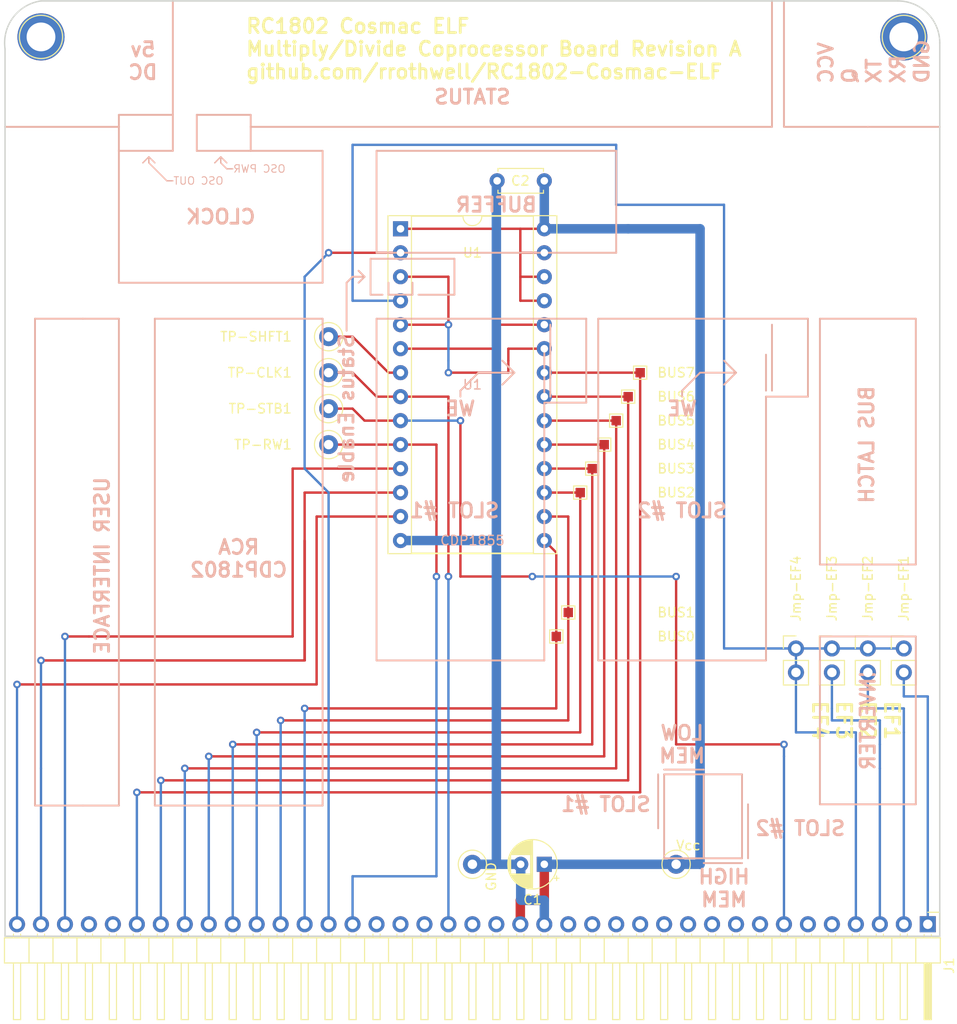
<source format=kicad_pcb>
(kicad_pcb (version 20171130) (host pcbnew "(5.1.9)-1")

  (general
    (thickness 1.6)
    (drawings 139)
    (tracks 191)
    (zones 0)
    (modules 24)
    (nets 43)
  )

  (page A4)
  (title_block
    (title "RC1802 Math Coprocessor")
    (date 2025-02-15)
    (rev A)
    (company Farad)
    (comment 1 "PCB for bus card for RC1802 CPU system.")
    (comment 2 "One IC to provide 8x8 bit integer multiply and 16x8 bit integer divide.")
  )

  (layers
    (0 F.Cu signal)
    (31 B.Cu signal)
    (35 F.Paste user)
    (37 F.SilkS user)
    (38 B.Mask user)
    (39 F.Mask user)
    (40 Dwgs.User user)
    (41 Cmts.User user)
    (42 Eco1.User user)
    (43 Eco2.User user)
    (44 Edge.Cuts user)
    (45 Margin user)
    (46 B.CrtYd user)
    (47 F.CrtYd user)
    (49 F.Fab user)
  )

  (setup
    (last_trace_width 0.25)
    (trace_clearance 0.2)
    (zone_clearance 0.508)
    (zone_45_only no)
    (trace_min 0.2)
    (via_size 0.8)
    (via_drill 0.4)
    (via_min_size 0.4)
    (via_min_drill 0.3)
    (uvia_size 0.3)
    (uvia_drill 0.1)
    (uvias_allowed no)
    (uvia_min_size 0.2)
    (uvia_min_drill 0.1)
    (edge_width 0.1)
    (segment_width 0.2)
    (pcb_text_width 0.3)
    (pcb_text_size 1.5 1.5)
    (mod_edge_width 0.15)
    (mod_text_size 1 1)
    (mod_text_width 0.15)
    (pad_size 1.7 1.7)
    (pad_drill 1)
    (pad_to_mask_clearance 0)
    (aux_axis_origin 0 0)
    (visible_elements 7FFFFFFF)
    (pcbplotparams
      (layerselection 0x010e8_ffffffff)
      (usegerberextensions true)
      (usegerberattributes false)
      (usegerberadvancedattributes false)
      (creategerberjobfile false)
      (excludeedgelayer true)
      (linewidth 0.100000)
      (plotframeref false)
      (viasonmask false)
      (mode 1)
      (useauxorigin false)
      (hpglpennumber 1)
      (hpglpenspeed 20)
      (hpglpendiameter 15.000000)
      (psnegative false)
      (psa4output false)
      (plotreference true)
      (plotvalue true)
      (plotinvisibletext false)
      (padsonsilk false)
      (subtractmaskfromsilk false)
      (outputformat 1)
      (mirror false)
      (drillshape 0)
      (scaleselection 1)
      (outputdirectory "manufacturing/"))
  )

  (net 0 "")
  (net 1 +5C)
  (net 2 GND)
  (net 3 "Net-(EF1-Pad2)")
  (net 4 "Net-(EF2-Pad2)")
  (net 5 "Net-(EF3-Pad2)")
  (net 6 "Net-(J1-Pad5)")
  (net 7 "Net-(J1-Pad6)")
  (net 8 "Net-(J1-Pad7)")
  (net 9 "Net-(J1-Pad8)")
  (net 10 "Net-(J1-Pad9)")
  (net 11 "Net-(J1-Pad10)")
  (net 12 "Net-(J1-Pad11)")
  (net 13 "Net-(J1-Pad12)")
  (net 14 "Net-(J1-Pad13)")
  (net 15 "Net-(J1-Pad14)")
  (net 16 "Net-(J1-Pad15)")
  (net 17 "Net-(J1-Pad16)")
  (net 18 "Net-(J1-Pad19)")
  (net 19 "Net-(J1-Pad20)")
  (net 20 "Net-(J1-Pad21)")
  (net 21 "Net-(J1-Pad22)")
  (net 22 "Net-(J1-Pad23)")
  (net 23 "Net-(J1-Pad24)")
  (net 24 "Net-(J1-Pad25)")
  (net 25 "Net-(J1-Pad26)")
  (net 26 "Net-(J1-Pad27)")
  (net 27 "Net-(J1-Pad28)")
  (net 28 "Net-(J1-Pad29)")
  (net 29 "Net-(J1-Pad30)")
  (net 30 "Net-(J1-Pad31)")
  (net 31 "Net-(J1-Pad32)")
  (net 32 "Net-(J1-Pad33)")
  (net 33 "Net-(J1-Pad34)")
  (net 34 "Net-(J1-Pad35)")
  (net 35 "Net-(J1-Pad36)")
  (net 36 "Net-(J1-Pad37)")
  (net 37 "Net-(J1-Pad38)")
  (net 38 "Net-(J1-Pad39)")
  (net 39 "Net-(U1-Pad23)")
  (net 40 "Net-(EF1-Pad1)")
  (net 41 "Net-(U1-Pad24)")
  (net 42 "Net-(TP-SHFT1-Pad1)")

  (net_class Default "This is the default net class."
    (clearance 0.2)
    (trace_width 0.25)
    (via_dia 0.8)
    (via_drill 0.4)
    (uvia_dia 0.3)
    (uvia_drill 0.1)
    (add_net +5C)
    (add_net GND)
    (add_net "Net-(EF1-Pad1)")
    (add_net "Net-(EF1-Pad2)")
    (add_net "Net-(EF2-Pad2)")
    (add_net "Net-(EF3-Pad2)")
    (add_net "Net-(J1-Pad10)")
    (add_net "Net-(J1-Pad11)")
    (add_net "Net-(J1-Pad12)")
    (add_net "Net-(J1-Pad13)")
    (add_net "Net-(J1-Pad14)")
    (add_net "Net-(J1-Pad15)")
    (add_net "Net-(J1-Pad16)")
    (add_net "Net-(J1-Pad19)")
    (add_net "Net-(J1-Pad20)")
    (add_net "Net-(J1-Pad21)")
    (add_net "Net-(J1-Pad22)")
    (add_net "Net-(J1-Pad23)")
    (add_net "Net-(J1-Pad24)")
    (add_net "Net-(J1-Pad25)")
    (add_net "Net-(J1-Pad26)")
    (add_net "Net-(J1-Pad27)")
    (add_net "Net-(J1-Pad28)")
    (add_net "Net-(J1-Pad29)")
    (add_net "Net-(J1-Pad30)")
    (add_net "Net-(J1-Pad31)")
    (add_net "Net-(J1-Pad32)")
    (add_net "Net-(J1-Pad33)")
    (add_net "Net-(J1-Pad34)")
    (add_net "Net-(J1-Pad35)")
    (add_net "Net-(J1-Pad36)")
    (add_net "Net-(J1-Pad37)")
    (add_net "Net-(J1-Pad38)")
    (add_net "Net-(J1-Pad39)")
    (add_net "Net-(J1-Pad5)")
    (add_net "Net-(J1-Pad6)")
    (add_net "Net-(J1-Pad7)")
    (add_net "Net-(J1-Pad8)")
    (add_net "Net-(J1-Pad9)")
    (add_net "Net-(TP-SHFT1-Pad1)")
    (add_net "Net-(U1-Pad23)")
    (add_net "Net-(U1-Pad24)")
  )

  (module Connector_PinHeader_2.54mm:PinHeader_1x02_P2.54mm_Vertical (layer F.Cu) (tedit 67B7FA47) (tstamp 67B7FF4A)
    (at 198.12 106.68)
    (descr "Through hole straight pin header, 1x02, 2.54mm pitch, single row")
    (tags "Through hole pin header THT 1x02 2.54mm single row")
    (fp_text reference Jmp-EF2 (at 0 -6.35 90) (layer F.SilkS)
      (effects (font (size 1 1) (thickness 0.15)))
    )
    (fp_text value PinHeader_1x02_P2.54mm_Vertical (at 0 13.97 90) (layer F.Fab) hide
      (effects (font (size 1 1) (thickness 0.15)))
    )
    (fp_line (start 1.8 -1.8) (end -1.8 -1.8) (layer F.CrtYd) (width 0.05))
    (fp_line (start 1.8 4.35) (end 1.8 -1.8) (layer F.CrtYd) (width 0.05))
    (fp_line (start -1.8 4.35) (end 1.8 4.35) (layer F.CrtYd) (width 0.05))
    (fp_line (start -1.8 -1.8) (end -1.8 4.35) (layer F.CrtYd) (width 0.05))
    (fp_line (start -1.33 -1.33) (end 0 -1.33) (layer F.SilkS) (width 0.12))
    (fp_line (start -1.33 0) (end -1.33 -1.33) (layer F.SilkS) (width 0.12))
    (fp_line (start -1.33 1.27) (end 1.33 1.27) (layer F.SilkS) (width 0.12))
    (fp_line (start 1.33 1.27) (end 1.33 3.87) (layer F.SilkS) (width 0.12))
    (fp_line (start -1.33 1.27) (end -1.33 3.87) (layer F.SilkS) (width 0.12))
    (fp_line (start -1.33 3.87) (end 1.33 3.87) (layer F.SilkS) (width 0.12))
    (fp_line (start -1.27 -0.635) (end -0.635 -1.27) (layer F.Fab) (width 0.1))
    (fp_line (start -1.27 3.81) (end -1.27 -0.635) (layer F.Fab) (width 0.1))
    (fp_line (start 1.27 3.81) (end -1.27 3.81) (layer F.Fab) (width 0.1))
    (fp_line (start 1.27 -1.27) (end 1.27 3.81) (layer F.Fab) (width 0.1))
    (fp_line (start -0.635 -1.27) (end 1.27 -1.27) (layer F.Fab) (width 0.1))
    (fp_text user %R (at 0 1.27 90) (layer F.Fab) hide
      (effects (font (size 1 1) (thickness 0.15)))
    )
    (pad 2 thru_hole oval (at 0 2.54) (size 1.7 1.7) (drill 1) (layers *.Cu *.Mask)
      (net 4 "Net-(EF2-Pad2)"))
    (pad 1 thru_hole circle (at 0 0) (size 1.7 1.7) (drill 1) (layers *.Cu *.Mask)
      (net 40 "Net-(EF1-Pad1)"))
    (model ${KISYS3DMOD}/Connector_PinHeader_2.54mm.3dshapes/PinHeader_1x02_P2.54mm_Vertical.wrl
      (at (xyz 0 0 0))
      (scale (xyz 1 1 1))
      (rotate (xyz 0 0 0))
    )
  )

  (module Connector_PinHeader_2.54mm:PinHeader_1x02_P2.54mm_Vertical (layer F.Cu) (tedit 67B7FA4E) (tstamp 67B7FFC9)
    (at 201.93 106.68)
    (descr "Through hole straight pin header, 1x02, 2.54mm pitch, single row")
    (tags "Through hole pin header THT 1x02 2.54mm single row")
    (fp_text reference Jmp-EF1 (at 0 -6.35 90) (layer F.SilkS)
      (effects (font (size 1 1) (thickness 0.15)))
    )
    (fp_text value PinHeader_1x02_P2.54mm_Vertical (at 0 13.97 90) (layer F.Fab) hide
      (effects (font (size 1 1) (thickness 0.15)))
    )
    (fp_line (start 1.8 -1.8) (end -1.8 -1.8) (layer F.CrtYd) (width 0.05))
    (fp_line (start 1.8 4.35) (end 1.8 -1.8) (layer F.CrtYd) (width 0.05))
    (fp_line (start -1.8 4.35) (end 1.8 4.35) (layer F.CrtYd) (width 0.05))
    (fp_line (start -1.8 -1.8) (end -1.8 4.35) (layer F.CrtYd) (width 0.05))
    (fp_line (start -1.33 -1.33) (end 0 -1.33) (layer F.SilkS) (width 0.12))
    (fp_line (start -1.33 0) (end -1.33 -1.33) (layer F.SilkS) (width 0.12))
    (fp_line (start -1.33 1.27) (end 1.33 1.27) (layer F.SilkS) (width 0.12))
    (fp_line (start 1.33 1.27) (end 1.33 3.87) (layer F.SilkS) (width 0.12))
    (fp_line (start -1.33 1.27) (end -1.33 3.87) (layer F.SilkS) (width 0.12))
    (fp_line (start -1.33 3.87) (end 1.33 3.87) (layer F.SilkS) (width 0.12))
    (fp_line (start -1.27 -0.635) (end -0.635 -1.27) (layer F.Fab) (width 0.1))
    (fp_line (start -1.27 3.81) (end -1.27 -0.635) (layer F.Fab) (width 0.1))
    (fp_line (start 1.27 3.81) (end -1.27 3.81) (layer F.Fab) (width 0.1))
    (fp_line (start 1.27 -1.27) (end 1.27 3.81) (layer F.Fab) (width 0.1))
    (fp_line (start -0.635 -1.27) (end 1.27 -1.27) (layer F.Fab) (width 0.1))
    (fp_text user %R (at 0 1.27 90) (layer F.Fab) hide
      (effects (font (size 1 1) (thickness 0.15)))
    )
    (pad 2 thru_hole oval (at 0 2.54) (size 1.7 1.7) (drill 1) (layers *.Cu *.Mask)
      (net 3 "Net-(EF1-Pad2)"))
    (pad 1 thru_hole circle (at 0 0) (size 1.7 1.7) (drill 1) (layers *.Cu *.Mask)
      (net 40 "Net-(EF1-Pad1)"))
    (model ${KISYS3DMOD}/Connector_PinHeader_2.54mm.3dshapes/PinHeader_1x02_P2.54mm_Vertical.wrl
      (at (xyz 0 0 0))
      (scale (xyz 1 1 1))
      (rotate (xyz 0 0 0))
    )
  )

  (module Connector_PinHeader_2.54mm:PinHeader_1x02_P2.54mm_Vertical (layer F.Cu) (tedit 67B7FA3F) (tstamp 67B7FECB)
    (at 194.31 106.68)
    (descr "Through hole straight pin header, 1x02, 2.54mm pitch, single row")
    (tags "Through hole pin header THT 1x02 2.54mm single row")
    (fp_text reference Jmp-EF3 (at 0 -6.35 90) (layer F.SilkS)
      (effects (font (size 1 1) (thickness 0.15)))
    )
    (fp_text value PinHeader_1x02_P2.54mm_Vertical (at 0 13.97 90) (layer F.Fab) hide
      (effects (font (size 1 1) (thickness 0.15)))
    )
    (fp_line (start 1.8 -1.8) (end -1.8 -1.8) (layer F.CrtYd) (width 0.05))
    (fp_line (start 1.8 4.35) (end 1.8 -1.8) (layer F.CrtYd) (width 0.05))
    (fp_line (start -1.8 4.35) (end 1.8 4.35) (layer F.CrtYd) (width 0.05))
    (fp_line (start -1.8 -1.8) (end -1.8 4.35) (layer F.CrtYd) (width 0.05))
    (fp_line (start -1.33 -1.33) (end 0 -1.33) (layer F.SilkS) (width 0.12))
    (fp_line (start -1.33 0) (end -1.33 -1.33) (layer F.SilkS) (width 0.12))
    (fp_line (start -1.33 1.27) (end 1.33 1.27) (layer F.SilkS) (width 0.12))
    (fp_line (start 1.33 1.27) (end 1.33 3.87) (layer F.SilkS) (width 0.12))
    (fp_line (start -1.33 1.27) (end -1.33 3.87) (layer F.SilkS) (width 0.12))
    (fp_line (start -1.33 3.87) (end 1.33 3.87) (layer F.SilkS) (width 0.12))
    (fp_line (start -1.27 -0.635) (end -0.635 -1.27) (layer F.Fab) (width 0.1))
    (fp_line (start -1.27 3.81) (end -1.27 -0.635) (layer F.Fab) (width 0.1))
    (fp_line (start 1.27 3.81) (end -1.27 3.81) (layer F.Fab) (width 0.1))
    (fp_line (start 1.27 -1.27) (end 1.27 3.81) (layer F.Fab) (width 0.1))
    (fp_line (start -0.635 -1.27) (end 1.27 -1.27) (layer F.Fab) (width 0.1))
    (fp_text user %R (at 0 1.27 90) (layer F.Fab) hide
      (effects (font (size 1 1) (thickness 0.15)))
    )
    (pad 2 thru_hole oval (at 0 2.54) (size 1.7 1.7) (drill 1) (layers *.Cu *.Mask)
      (net 5 "Net-(EF3-Pad2)"))
    (pad 1 thru_hole circle (at 0 0) (size 1.7 1.7) (drill 1) (layers *.Cu *.Mask)
      (net 40 "Net-(EF1-Pad1)"))
    (model ${KISYS3DMOD}/Connector_PinHeader_2.54mm.3dshapes/PinHeader_1x02_P2.54mm_Vertical.wrl
      (at (xyz 0 0 0))
      (scale (xyz 1 1 1))
      (rotate (xyz 0 0 0))
    )
  )

  (module Connector_PinHeader_2.54mm:PinHeader_1x02_P2.54mm_Vertical (layer F.Cu) (tedit 67B7F94B) (tstamp 67B7FE4C)
    (at 190.5 106.68)
    (descr "Through hole straight pin header, 1x02, 2.54mm pitch, single row")
    (tags "Through hole pin header THT 1x02 2.54mm single row")
    (fp_text reference Jmp-EF4 (at 0 -6.35 90) (layer F.SilkS)
      (effects (font (size 1 1) (thickness 0.15)))
    )
    (fp_text value PinHeader_1x02_P2.54mm_Vertical (at 0 13.97 90) (layer F.Fab) hide
      (effects (font (size 1 1) (thickness 0.15)))
    )
    (fp_line (start -0.635 -1.27) (end 1.27 -1.27) (layer F.Fab) (width 0.1))
    (fp_line (start 1.27 -1.27) (end 1.27 3.81) (layer F.Fab) (width 0.1))
    (fp_line (start 1.27 3.81) (end -1.27 3.81) (layer F.Fab) (width 0.1))
    (fp_line (start -1.27 3.81) (end -1.27 -0.635) (layer F.Fab) (width 0.1))
    (fp_line (start -1.27 -0.635) (end -0.635 -1.27) (layer F.Fab) (width 0.1))
    (fp_line (start -1.33 3.87) (end 1.33 3.87) (layer F.SilkS) (width 0.12))
    (fp_line (start -1.33 1.27) (end -1.33 3.87) (layer F.SilkS) (width 0.12))
    (fp_line (start 1.33 1.27) (end 1.33 3.87) (layer F.SilkS) (width 0.12))
    (fp_line (start -1.33 1.27) (end 1.33 1.27) (layer F.SilkS) (width 0.12))
    (fp_line (start -1.33 0) (end -1.33 -1.33) (layer F.SilkS) (width 0.12))
    (fp_line (start -1.33 -1.33) (end 0 -1.33) (layer F.SilkS) (width 0.12))
    (fp_line (start -1.8 -1.8) (end -1.8 4.35) (layer F.CrtYd) (width 0.05))
    (fp_line (start -1.8 4.35) (end 1.8 4.35) (layer F.CrtYd) (width 0.05))
    (fp_line (start 1.8 4.35) (end 1.8 -1.8) (layer F.CrtYd) (width 0.05))
    (fp_line (start 1.8 -1.8) (end -1.8 -1.8) (layer F.CrtYd) (width 0.05))
    (fp_text user %R (at 0 1.27 90) (layer F.Fab)
      (effects (font (size 1 1) (thickness 0.15)))
    )
    (pad 1 thru_hole circle (at 0 0) (size 1.7 1.7) (drill 1) (layers *.Cu *.Mask)
      (net 40 "Net-(EF1-Pad1)"))
    (pad 2 thru_hole oval (at 0 2.54) (size 1.7 1.7) (drill 1) (layers *.Cu *.Mask)
      (net 40 "Net-(EF1-Pad1)"))
    (model ${KISYS3DMOD}/Connector_PinHeader_2.54mm.3dshapes/PinHeader_1x02_P2.54mm_Vertical.wrl
      (at (xyz 0 0 0))
      (scale (xyz 1 1 1))
      (rotate (xyz 0 0 0))
    )
  )

  (module TestPoint:TestPoint_Loop_D1.80mm_Drill1.0mm_Beaded (layer F.Cu) (tedit 5A0F774F) (tstamp 67B589AC)
    (at 140.97 85.09)
    (descr "wire loop with bead as test point, loop diameter 1.8mm, hole diameter 1.0mm")
    (tags "test point wire loop bead")
    (path /67BC3B61)
    (fp_text reference TP-RW1 (at -3.81 0) (layer F.SilkS)
      (effects (font (size 1 1) (thickness 0.15)) (justify right))
    )
    (fp_text value TestPoint (at -17.78 1.27) (layer F.Fab)
      (effects (font (size 1 1) (thickness 0.15)))
    )
    (fp_circle (center 0 0) (end 1.3 0) (layer F.Fab) (width 0.12))
    (fp_line (start -0.9 0.2) (end -0.9 -0.2) (layer F.Fab) (width 0.12))
    (fp_line (start 0.9 0.2) (end -0.9 0.2) (layer F.Fab) (width 0.12))
    (fp_line (start 0.9 -0.2) (end 0.9 0.2) (layer F.Fab) (width 0.12))
    (fp_line (start -0.9 -0.2) (end 0.9 -0.2) (layer F.Fab) (width 0.12))
    (fp_circle (center 0 0) (end 1.5 0) (layer F.SilkS) (width 0.12))
    (fp_circle (center 0 0) (end 1.8 0) (layer F.CrtYd) (width 0.05))
    (fp_text user %R (at 1.3 -2) (layer F.Fab) hide
      (effects (font (size 1 1) (thickness 0.15)))
    )
    (pad 1 thru_hole circle (at 0 0) (size 2 2) (drill 1) (layers *.Cu *.Mask)
      (net 24 "Net-(J1-Pad25)"))
    (model ${KISYS3DMOD}/TestPoint.3dshapes/TestPoint_Loop_D1.80mm_Drill1.0mm_Beaded.wrl
      (at (xyz 0 0 0))
      (scale (xyz 1 1 1))
      (rotate (xyz 0 0 0))
    )
  )

  (module TestPoint:TestPoint_Loop_D1.80mm_Drill1.0mm_Beaded (layer F.Cu) (tedit 5A0F774F) (tstamp 67B58AEF)
    (at 140.97 77.47)
    (descr "wire loop with bead as test point, loop diameter 1.8mm, hole diameter 1.0mm")
    (tags "test point wire loop bead")
    (path /67BC2645)
    (fp_text reference TP-CLK1 (at -3.81 0) (layer F.SilkS)
      (effects (font (size 1 1) (thickness 0.15)) (justify right))
    )
    (fp_text value TestPoint (at -17.78 1.27) (layer F.Fab)
      (effects (font (size 1 1) (thickness 0.15)))
    )
    (fp_circle (center 0 0) (end 1.3 0) (layer F.Fab) (width 0.12))
    (fp_line (start -0.9 0.2) (end -0.9 -0.2) (layer F.Fab) (width 0.12))
    (fp_line (start 0.9 0.2) (end -0.9 0.2) (layer F.Fab) (width 0.12))
    (fp_line (start 0.9 -0.2) (end 0.9 0.2) (layer F.Fab) (width 0.12))
    (fp_line (start -0.9 -0.2) (end 0.9 -0.2) (layer F.Fab) (width 0.12))
    (fp_circle (center 0 0) (end 1.5 0) (layer F.SilkS) (width 0.12))
    (fp_circle (center 0 0) (end 1.8 0) (layer F.CrtYd) (width 0.05))
    (fp_text user %R (at 1.3 -2) (layer F.Fab) hide
      (effects (font (size 1 1) (thickness 0.15)))
    )
    (pad 1 thru_hole circle (at 0 0) (size 2 2) (drill 1) (layers *.Cu *.Mask)
      (net 20 "Net-(J1-Pad21)"))
    (model ${KISYS3DMOD}/TestPoint.3dshapes/TestPoint_Loop_D1.80mm_Drill1.0mm_Beaded.wrl
      (at (xyz 0 0 0))
      (scale (xyz 1 1 1))
      (rotate (xyz 0 0 0))
    )
  )

  (module TestPoint:TestPoint_Loop_D1.80mm_Drill1.0mm_Beaded (layer F.Cu) (tedit 5A0F774F) (tstamp 67B5873A)
    (at 140.97 81.28)
    (descr "wire loop with bead as test point, loop diameter 1.8mm, hole diameter 1.0mm")
    (tags "test point wire loop bead")
    (path /67BC40D6)
    (fp_text reference TP-STB1 (at -3.81 0) (layer F.SilkS)
      (effects (font (size 1 1) (thickness 0.15)) (justify right))
    )
    (fp_text value TestPoint (at -17.78 1.27) (layer F.Fab) hide
      (effects (font (size 1 1) (thickness 0.15)))
    )
    (fp_circle (center 0 0) (end 1.3 0) (layer F.Fab) (width 0.12))
    (fp_line (start -0.9 0.2) (end -0.9 -0.2) (layer F.Fab) (width 0.12))
    (fp_line (start 0.9 0.2) (end -0.9 0.2) (layer F.Fab) (width 0.12))
    (fp_line (start 0.9 -0.2) (end 0.9 0.2) (layer F.Fab) (width 0.12))
    (fp_line (start -0.9 -0.2) (end 0.9 -0.2) (layer F.Fab) (width 0.12))
    (fp_circle (center 0 0) (end 1.5 0) (layer F.SilkS) (width 0.12))
    (fp_circle (center 0 0) (end 1.8 0) (layer F.CrtYd) (width 0.05))
    (fp_text user %R (at 1.3 -2) (layer F.Fab) hide
      (effects (font (size 1 1) (thickness 0.15)))
    )
    (pad 1 thru_hole circle (at 0 0) (size 2 2) (drill 1) (layers *.Cu *.Mask)
      (net 8 "Net-(J1-Pad7)"))
    (model ${KISYS3DMOD}/TestPoint.3dshapes/TestPoint_Loop_D1.80mm_Drill1.0mm_Beaded.wrl
      (at (xyz 0 0 0))
      (scale (xyz 1 1 1))
      (rotate (xyz 0 0 0))
    )
  )

  (module TestPoint:TestPoint_Loop_D1.80mm_Drill1.0mm_Beaded (layer F.Cu) (tedit 5A0F774F) (tstamp 67B57EB7)
    (at 140.97 73.66)
    (descr "wire loop with bead as test point, loop diameter 1.8mm, hole diameter 1.0mm")
    (tags "test point wire loop bead")
    (path /67BB97C2)
    (fp_text reference TP-SHFT1 (at -3.81 0) (layer F.SilkS)
      (effects (font (size 1 1) (thickness 0.15)) (justify right))
    )
    (fp_text value TestPoint (at -17.78 1.27) (layer F.Fab) hide
      (effects (font (size 1 1) (thickness 0.15)))
    )
    (fp_circle (center 0 0) (end 1.3 0) (layer F.Fab) (width 0.12))
    (fp_line (start -0.9 0.2) (end -0.9 -0.2) (layer F.Fab) (width 0.12))
    (fp_line (start 0.9 0.2) (end -0.9 0.2) (layer F.Fab) (width 0.12))
    (fp_line (start 0.9 -0.2) (end 0.9 0.2) (layer F.Fab) (width 0.12))
    (fp_line (start -0.9 -0.2) (end 0.9 -0.2) (layer F.Fab) (width 0.12))
    (fp_circle (center 0 0) (end 1.5 0) (layer F.SilkS) (width 0.12))
    (fp_circle (center 0 0) (end 1.8 0) (layer F.CrtYd) (width 0.05))
    (fp_text user %R (at 1.3 -2) (layer F.Fab) hide
      (effects (font (size 1 1) (thickness 0.15)))
    )
    (pad 1 thru_hole circle (at 0 0) (size 2 2) (drill 1) (layers *.Cu *.Mask)
      (net 42 "Net-(TP-SHFT1-Pad1)"))
    (model ${KISYS3DMOD}/TestPoint.3dshapes/TestPoint_Loop_D1.80mm_Drill1.0mm_Beaded.wrl
      (at (xyz 0 0 0))
      (scale (xyz 1 1 1))
      (rotate (xyz 0 0 0))
    )
  )

  (module TestPoint:TestPoint_Loop_D1.80mm_Drill1.0mm_Beaded (layer F.Cu) (tedit 5A0F774F) (tstamp 67B57A81)
    (at 156.21 129.54 270)
    (descr "wire loop with bead as test point, loop diameter 1.8mm, hole diameter 1.0mm")
    (tags "test point wire loop bead")
    (fp_text reference GND (at 1.3 -2 90) (layer F.SilkS)
      (effects (font (size 1 1) (thickness 0.15)))
    )
    (fp_text value TestPoint_Loop_D1.80mm_Drill1.0mm_Beaded (at 1.27 19.05) (layer F.Fab) hide
      (effects (font (size 1 1) (thickness 0.15)))
    )
    (fp_circle (center 0 0) (end 1.3 0) (layer F.Fab) (width 0.12))
    (fp_line (start -0.9 0.2) (end -0.9 -0.2) (layer F.Fab) (width 0.12))
    (fp_line (start 0.9 0.2) (end -0.9 0.2) (layer F.Fab) (width 0.12))
    (fp_line (start 0.9 -0.2) (end 0.9 0.2) (layer F.Fab) (width 0.12))
    (fp_line (start -0.9 -0.2) (end 0.9 -0.2) (layer F.Fab) (width 0.12))
    (fp_circle (center 0 0) (end 1.5 0) (layer F.SilkS) (width 0.12))
    (fp_circle (center 0 0) (end 1.8 0) (layer F.CrtYd) (width 0.05))
    (fp_text user %R (at 1.3 -2 90) (layer F.Fab)
      (effects (font (size 1 1) (thickness 0.15)))
    )
    (pad 1 thru_hole circle (at 0 0 270) (size 2 2) (drill 1) (layers *.Cu *.Mask)
      (net 2 GND))
    (model ${KISYS3DMOD}/TestPoint.3dshapes/TestPoint_Loop_D1.80mm_Drill1.0mm_Beaded.wrl
      (at (xyz 0 0 0))
      (scale (xyz 1 1 1))
      (rotate (xyz 0 0 0))
    )
  )

  (module TestPoint:TestPoint_Loop_D1.80mm_Drill1.0mm_Beaded (layer F.Cu) (tedit 5A0F774F) (tstamp 67B574CF)
    (at 177.8 129.54)
    (descr "wire loop with bead as test point, loop diameter 1.8mm, hole diameter 1.0mm")
    (tags "test point wire loop bead")
    (fp_text reference Vcc (at 1.3 -2) (layer F.SilkS)
      (effects (font (size 1 1) (thickness 0.15)))
    )
    (fp_text value TestPoint_Loop_D1.80mm_Drill1.0mm_Beaded (at 5.08 2.54) (layer F.Fab) hide
      (effects (font (size 1 1) (thickness 0.15)))
    )
    (fp_circle (center 0 0) (end 1.3 0) (layer F.Fab) (width 0.12))
    (fp_line (start -0.9 0.2) (end -0.9 -0.2) (layer F.Fab) (width 0.12))
    (fp_line (start 0.9 0.2) (end -0.9 0.2) (layer F.Fab) (width 0.12))
    (fp_line (start 0.9 -0.2) (end 0.9 0.2) (layer F.Fab) (width 0.12))
    (fp_line (start -0.9 -0.2) (end 0.9 -0.2) (layer F.Fab) (width 0.12))
    (fp_circle (center 0 0) (end 1.5 0) (layer F.SilkS) (width 0.12))
    (fp_circle (center 0 0) (end 1.8 0) (layer F.CrtYd) (width 0.05))
    (fp_text user %R (at 1.3 -2) (layer F.Fab)
      (effects (font (size 1 1) (thickness 0.15)))
    )
    (pad 1 thru_hole circle (at 0 0) (size 2 2) (drill 1) (layers *.Cu *.Mask)
      (net 1 +5C))
    (model ${KISYS3DMOD}/TestPoint.3dshapes/TestPoint_Loop_D1.80mm_Drill1.0mm_Beaded.wrl
      (at (xyz 0 0 0))
      (scale (xyz 1 1 1))
      (rotate (xyz 0 0 0))
    )
  )

  (module TestPoint:TestPoint_Pad_1.0x1.0mm (layer F.Cu) (tedit 5A0F774F) (tstamp 67B5824C)
    (at 173.99 77.47)
    (descr "SMD rectangular pad as test Point, square 1.0mm side length")
    (tags "test point SMD pad rectangle square")
    (path /67BA7225)
    (attr virtual)
    (fp_text reference BUS7 (at 3.81 0) (layer F.SilkS)
      (effects (font (size 1 1) (thickness 0.15)))
    )
    (fp_text value TestPoint_Small (at 20.32 0) (layer F.Fab)
      (effects (font (size 1 1) (thickness 0.15)))
    )
    (fp_line (start -0.7 -0.7) (end 0.7 -0.7) (layer F.SilkS) (width 0.12))
    (fp_line (start 0.7 -0.7) (end 0.7 0.7) (layer F.SilkS) (width 0.12))
    (fp_line (start 0.7 0.7) (end -0.7 0.7) (layer F.SilkS) (width 0.12))
    (fp_line (start -0.7 0.7) (end -0.7 -0.7) (layer F.SilkS) (width 0.12))
    (fp_line (start -1 -1) (end 1 -1) (layer F.CrtYd) (width 0.05))
    (fp_line (start -1 -1) (end -1 1) (layer F.CrtYd) (width 0.05))
    (fp_line (start 1 1) (end 1 -1) (layer F.CrtYd) (width 0.05))
    (fp_line (start 1 1) (end -1 1) (layer F.CrtYd) (width 0.05))
    (fp_text user %R (at 7.62 0) (layer F.Fab) hide
      (effects (font (size 1 1) (thickness 0.15)))
    )
    (pad 1 smd rect (at 0 0) (size 1 1) (layers F.Cu F.Mask)
      (net 33 "Net-(J1-Pad34)"))
  )

  (module TestPoint:TestPoint_Pad_1.0x1.0mm (layer F.Cu) (tedit 5A0F774F) (tstamp 67B581FD)
    (at 172.72 80.01)
    (descr "SMD rectangular pad as test Point, square 1.0mm side length")
    (tags "test point SMD pad rectangle square")
    (path /67BA7F3B)
    (attr virtual)
    (fp_text reference BUS6 (at 5.08 0) (layer F.SilkS)
      (effects (font (size 1 1) (thickness 0.15)))
    )
    (fp_text value TestPoint_Small (at 21.59 0) (layer F.Fab) hide
      (effects (font (size 1 1) (thickness 0.15)))
    )
    (fp_line (start -0.7 -0.7) (end 0.7 -0.7) (layer F.SilkS) (width 0.12))
    (fp_line (start 0.7 -0.7) (end 0.7 0.7) (layer F.SilkS) (width 0.12))
    (fp_line (start 0.7 0.7) (end -0.7 0.7) (layer F.SilkS) (width 0.12))
    (fp_line (start -0.7 0.7) (end -0.7 -0.7) (layer F.SilkS) (width 0.12))
    (fp_line (start -1 -1) (end 1 -1) (layer F.CrtYd) (width 0.05))
    (fp_line (start -1 -1) (end -1 1) (layer F.CrtYd) (width 0.05))
    (fp_line (start 1 1) (end 1 -1) (layer F.CrtYd) (width 0.05))
    (fp_line (start 1 1) (end -1 1) (layer F.CrtYd) (width 0.05))
    (fp_text user %R (at 8.89 0) (layer F.Fab) hide
      (effects (font (size 1 1) (thickness 0.15)))
    )
    (pad 1 smd rect (at 0 0) (size 1 1) (layers F.Cu F.Mask)
      (net 32 "Net-(J1-Pad33)"))
  )

  (module TestPoint:TestPoint_Pad_1.0x1.0mm (layer F.Cu) (tedit 5A0F774F) (tstamp 67B581AE)
    (at 171.45 82.55)
    (descr "SMD rectangular pad as test Point, square 1.0mm side length")
    (tags "test point SMD pad rectangle square")
    (path /67BA8D09)
    (attr virtual)
    (fp_text reference BUS5 (at 6.35 0) (layer F.SilkS)
      (effects (font (size 1 1) (thickness 0.15)))
    )
    (fp_text value TestPoint_Small (at 22.86 0) (layer F.Fab) hide
      (effects (font (size 1 1) (thickness 0.15)))
    )
    (fp_line (start -0.7 -0.7) (end 0.7 -0.7) (layer F.SilkS) (width 0.12))
    (fp_line (start 0.7 -0.7) (end 0.7 0.7) (layer F.SilkS) (width 0.12))
    (fp_line (start 0.7 0.7) (end -0.7 0.7) (layer F.SilkS) (width 0.12))
    (fp_line (start -0.7 0.7) (end -0.7 -0.7) (layer F.SilkS) (width 0.12))
    (fp_line (start -1 -1) (end 1 -1) (layer F.CrtYd) (width 0.05))
    (fp_line (start -1 -1) (end -1 1) (layer F.CrtYd) (width 0.05))
    (fp_line (start 1 1) (end 1 -1) (layer F.CrtYd) (width 0.05))
    (fp_line (start 1 1) (end -1 1) (layer F.CrtYd) (width 0.05))
    (fp_text user %R (at 10.16 0) (layer F.Fab) hide
      (effects (font (size 1 1) (thickness 0.15)))
    )
    (pad 1 smd rect (at 0 0) (size 1 1) (layers F.Cu F.Mask)
      (net 31 "Net-(J1-Pad32)"))
  )

  (module TestPoint:TestPoint_Pad_1.0x1.0mm (layer F.Cu) (tedit 5A0F774F) (tstamp 67B5815F)
    (at 170.18 85.09)
    (descr "SMD rectangular pad as test Point, square 1.0mm side length")
    (tags "test point SMD pad rectangle square")
    (path /67BA9BC8)
    (attr virtual)
    (fp_text reference BUS4 (at 7.62 0) (layer F.SilkS)
      (effects (font (size 1 1) (thickness 0.15)))
    )
    (fp_text value TestPoint_Small (at 24.13 0) (layer F.Fab) hide
      (effects (font (size 1 1) (thickness 0.15)))
    )
    (fp_line (start -0.7 -0.7) (end 0.7 -0.7) (layer F.SilkS) (width 0.12))
    (fp_line (start 0.7 -0.7) (end 0.7 0.7) (layer F.SilkS) (width 0.12))
    (fp_line (start 0.7 0.7) (end -0.7 0.7) (layer F.SilkS) (width 0.12))
    (fp_line (start -0.7 0.7) (end -0.7 -0.7) (layer F.SilkS) (width 0.12))
    (fp_line (start -1 -1) (end 1 -1) (layer F.CrtYd) (width 0.05))
    (fp_line (start -1 -1) (end -1 1) (layer F.CrtYd) (width 0.05))
    (fp_line (start 1 1) (end 1 -1) (layer F.CrtYd) (width 0.05))
    (fp_line (start 1 1) (end -1 1) (layer F.CrtYd) (width 0.05))
    (fp_text user %R (at 11.43 0) (layer F.Fab) hide
      (effects (font (size 1 1) (thickness 0.15)))
    )
    (pad 1 smd rect (at 0 0) (size 1 1) (layers F.Cu F.Mask)
      (net 30 "Net-(J1-Pad31)"))
  )

  (module TestPoint:TestPoint_Pad_1.0x1.0mm (layer F.Cu) (tedit 5A0F774F) (tstamp 67B58110)
    (at 168.91 87.63)
    (descr "SMD rectangular pad as test Point, square 1.0mm side length")
    (tags "test point SMD pad rectangle square")
    (path /67BAA8EC)
    (attr virtual)
    (fp_text reference BUS3 (at 8.89 0) (layer F.SilkS)
      (effects (font (size 1 1) (thickness 0.15)))
    )
    (fp_text value TestPoint_Small (at 25.4 0) (layer F.Fab) hide
      (effects (font (size 1 1) (thickness 0.15)))
    )
    (fp_line (start -0.7 -0.7) (end 0.7 -0.7) (layer F.SilkS) (width 0.12))
    (fp_line (start 0.7 -0.7) (end 0.7 0.7) (layer F.SilkS) (width 0.12))
    (fp_line (start 0.7 0.7) (end -0.7 0.7) (layer F.SilkS) (width 0.12))
    (fp_line (start -0.7 0.7) (end -0.7 -0.7) (layer F.SilkS) (width 0.12))
    (fp_line (start -1 -1) (end 1 -1) (layer F.CrtYd) (width 0.05))
    (fp_line (start -1 -1) (end -1 1) (layer F.CrtYd) (width 0.05))
    (fp_line (start 1 1) (end 1 -1) (layer F.CrtYd) (width 0.05))
    (fp_line (start 1 1) (end -1 1) (layer F.CrtYd) (width 0.05))
    (fp_text user %R (at 12.7 0) (layer F.Fab) hide
      (effects (font (size 1 1) (thickness 0.15)))
    )
    (pad 1 smd rect (at 0 0) (size 1 1) (layers F.Cu F.Mask)
      (net 29 "Net-(J1-Pad30)"))
  )

  (module TestPoint:TestPoint_Pad_1.0x1.0mm (layer F.Cu) (tedit 5A0F774F) (tstamp 67B580C1)
    (at 167.64 90.17)
    (descr "SMD rectangular pad as test Point, square 1.0mm side length")
    (tags "test point SMD pad rectangle square")
    (path /67BAB0C2)
    (attr virtual)
    (fp_text reference BUS2 (at 10.16 0) (layer F.SilkS)
      (effects (font (size 1 1) (thickness 0.15)))
    )
    (fp_text value TestPoint_Small (at 26.67 0) (layer F.Fab) hide
      (effects (font (size 1 1) (thickness 0.15)))
    )
    (fp_line (start -0.7 -0.7) (end 0.7 -0.7) (layer F.SilkS) (width 0.12))
    (fp_line (start 0.7 -0.7) (end 0.7 0.7) (layer F.SilkS) (width 0.12))
    (fp_line (start 0.7 0.7) (end -0.7 0.7) (layer F.SilkS) (width 0.12))
    (fp_line (start -0.7 0.7) (end -0.7 -0.7) (layer F.SilkS) (width 0.12))
    (fp_line (start -1 -1) (end 1 -1) (layer F.CrtYd) (width 0.05))
    (fp_line (start -1 -1) (end -1 1) (layer F.CrtYd) (width 0.05))
    (fp_line (start 1 1) (end 1 -1) (layer F.CrtYd) (width 0.05))
    (fp_line (start 1 1) (end -1 1) (layer F.CrtYd) (width 0.05))
    (fp_text user %R (at 13.97 0) (layer F.Fab) hide
      (effects (font (size 1 1) (thickness 0.15)))
    )
    (pad 1 smd rect (at 0 0) (size 1 1) (layers F.Cu F.Mask)
      (net 28 "Net-(J1-Pad29)"))
  )

  (module TestPoint:TestPoint_Pad_1.0x1.0mm (layer F.Cu) (tedit 5A0F774F) (tstamp 67B5807F)
    (at 166.37 102.87)
    (descr "SMD rectangular pad as test Point, square 1.0mm side length")
    (tags "test point SMD pad rectangle square")
    (path /67BAC148)
    (attr virtual)
    (fp_text reference BUS1 (at 11.43 0) (layer F.SilkS)
      (effects (font (size 1 1) (thickness 0.15)))
    )
    (fp_text value TestPoint_Small (at 27.94 -10.16) (layer F.Fab) hide
      (effects (font (size 1 1) (thickness 0.15)))
    )
    (fp_line (start -0.7 -0.7) (end 0.7 -0.7) (layer F.SilkS) (width 0.12))
    (fp_line (start 0.7 -0.7) (end 0.7 0.7) (layer F.SilkS) (width 0.12))
    (fp_line (start 0.7 0.7) (end -0.7 0.7) (layer F.SilkS) (width 0.12))
    (fp_line (start -0.7 0.7) (end -0.7 -0.7) (layer F.SilkS) (width 0.12))
    (fp_line (start -1 -1) (end 1 -1) (layer F.CrtYd) (width 0.05))
    (fp_line (start -1 -1) (end -1 1) (layer F.CrtYd) (width 0.05))
    (fp_line (start 1 1) (end 1 -1) (layer F.CrtYd) (width 0.05))
    (fp_line (start 1 1) (end -1 1) (layer F.CrtYd) (width 0.05))
    (fp_text user %R (at 15.24 0) (layer F.Fab) hide
      (effects (font (size 1 1) (thickness 0.15)))
    )
    (pad 1 smd rect (at 0 0) (size 1 1) (layers F.Cu F.Mask)
      (net 27 "Net-(J1-Pad28)"))
  )

  (module TestPoint:TestPoint_Pad_1.0x1.0mm (layer F.Cu) (tedit 5A0F774F) (tstamp 67B58030)
    (at 165.1 105.41)
    (descr "SMD rectangular pad as test Point, square 1.0mm side length")
    (tags "test point SMD pad rectangle square")
    (path /67BACE26)
    (attr virtual)
    (fp_text reference BUS0 (at 12.7 0) (layer F.SilkS)
      (effects (font (size 1 1) (thickness 0.15)))
    )
    (fp_text value TestPoint_Small (at 29.21 -10.16) (layer F.Fab) hide
      (effects (font (size 1 1) (thickness 0.15)))
    )
    (fp_line (start -0.7 -0.7) (end 0.7 -0.7) (layer F.SilkS) (width 0.12))
    (fp_line (start 0.7 -0.7) (end 0.7 0.7) (layer F.SilkS) (width 0.12))
    (fp_line (start 0.7 0.7) (end -0.7 0.7) (layer F.SilkS) (width 0.12))
    (fp_line (start -0.7 0.7) (end -0.7 -0.7) (layer F.SilkS) (width 0.12))
    (fp_line (start -1 -1) (end 1 -1) (layer F.CrtYd) (width 0.05))
    (fp_line (start -1 -1) (end -1 1) (layer F.CrtYd) (width 0.05))
    (fp_line (start 1 1) (end 1 -1) (layer F.CrtYd) (width 0.05))
    (fp_line (start 1 1) (end -1 1) (layer F.CrtYd) (width 0.05))
    (fp_text user %R (at 16.51 0) (layer F.Fab) hide
      (effects (font (size 1 1) (thickness 0.15)))
    )
    (pad 1 smd rect (at 0 0) (size 1 1) (layers F.Cu F.Mask)
      (net 26 "Net-(J1-Pad27)"))
  )

  (module RC1802_components:CDP1855_Socket locked (layer F.Cu) (tedit 67B2FE64) (tstamp 67B30254)
    (at 148.59 62.23)
    (descr "28-lead though-hole mounted DIP package, row spacing 15.24 mm (600 mils), Socket")
    (tags "THT DIP DIL PDIP 2.54mm 15.24mm 600mil Socket")
    (path /67C41025)
    (fp_text reference U1 (at 7.62 2.54) (layer F.SilkS)
      (effects (font (size 1 1) (thickness 0.15)))
    )
    (fp_text value CDP1855 (at 7.62 33.02) (layer B.SilkS)
      (effects (font (size 1 1) (thickness 0.15)))
    )
    (fp_line (start 1.255 -1.27) (end 14.985 -1.27) (layer F.Fab) (width 0.1))
    (fp_line (start 14.985 -1.27) (end 14.985 34.29) (layer F.Fab) (width 0.1))
    (fp_line (start 14.985 34.29) (end 0.255 34.29) (layer F.Fab) (width 0.1))
    (fp_line (start 0.255 34.29) (end 0.255 -0.27) (layer F.Fab) (width 0.1))
    (fp_line (start 0.255 -0.27) (end 1.255 -1.27) (layer F.Fab) (width 0.1))
    (fp_line (start -1.27 -1.33) (end -1.27 34.35) (layer F.Fab) (width 0.1))
    (fp_line (start -1.27 34.35) (end 16.51 34.35) (layer F.Fab) (width 0.1))
    (fp_line (start 16.51 34.35) (end 16.51 -1.33) (layer F.Fab) (width 0.1))
    (fp_line (start 16.51 -1.33) (end -1.27 -1.33) (layer F.Fab) (width 0.1))
    (fp_line (start 6.62 -1.33) (end 1.16 -1.33) (layer F.SilkS) (width 0.12))
    (fp_line (start 1.16 -1.33) (end 1.16 34.35) (layer F.SilkS) (width 0.12))
    (fp_line (start 1.16 34.35) (end 14.08 34.35) (layer F.SilkS) (width 0.12))
    (fp_line (start 14.08 34.35) (end 14.08 -1.33) (layer F.SilkS) (width 0.12))
    (fp_line (start 14.08 -1.33) (end 8.62 -1.33) (layer F.SilkS) (width 0.12))
    (fp_line (start -1.33 -1.39) (end -1.33 34.41) (layer F.SilkS) (width 0.12))
    (fp_line (start -1.33 34.41) (end 16.57 34.41) (layer F.SilkS) (width 0.12))
    (fp_line (start 16.57 34.41) (end 16.57 -1.39) (layer F.SilkS) (width 0.12))
    (fp_line (start 16.57 -1.39) (end -1.33 -1.39) (layer F.SilkS) (width 0.12))
    (fp_line (start -1.55 -1.6) (end -1.55 34.65) (layer F.CrtYd) (width 0.05))
    (fp_line (start -1.55 34.65) (end 16.8 34.65) (layer F.CrtYd) (width 0.05))
    (fp_line (start 16.8 34.65) (end 16.8 -1.6) (layer F.CrtYd) (width 0.05))
    (fp_line (start 16.8 -1.6) (end -1.55 -1.6) (layer F.CrtYd) (width 0.05))
    (fp_text user %R (at 7.62 16.51) (layer B.SilkS)
      (effects (font (size 1 1) (thickness 0.15)))
    )
    (fp_arc (start 7.62 -1.33) (end 6.62 -1.33) (angle -180) (layer F.SilkS) (width 0.12))
    (pad 28 thru_hole oval (at 15.24 0) (size 1.6 1.6) (drill 0.8) (layers *.Cu *.Mask)
      (net 1 +5C))
    (pad 14 thru_hole oval (at 0 33.02) (size 1.6 1.6) (drill 0.8) (layers *.Cu *.Mask)
      (net 2 GND))
    (pad 27 thru_hole oval (at 15.24 2.54) (size 1.6 1.6) (drill 0.8) (layers *.Cu *.Mask)
      (net 1 +5C))
    (pad 13 thru_hole oval (at 0 30.48) (size 1.6 1.6) (drill 0.8) (layers *.Cu *.Mask)
      (net 38 "Net-(J1-Pad39)"))
    (pad 26 thru_hole oval (at 15.24 5.08) (size 1.6 1.6) (drill 0.8) (layers *.Cu *.Mask)
      (net 1 +5C))
    (pad 12 thru_hole oval (at 0 27.94) (size 1.6 1.6) (drill 0.8) (layers *.Cu *.Mask)
      (net 37 "Net-(J1-Pad38)"))
    (pad 25 thru_hole oval (at 15.24 7.62) (size 1.6 1.6) (drill 0.8) (layers *.Cu *.Mask)
      (net 1 +5C))
    (pad 11 thru_hole oval (at 0 25.4) (size 1.6 1.6) (drill 0.8) (layers *.Cu *.Mask)
      (net 36 "Net-(J1-Pad37)"))
    (pad 24 thru_hole oval (at 15.24 10.16) (size 1.6 1.6) (drill 0.8) (layers *.Cu *.Mask)
      (net 41 "Net-(U1-Pad24)"))
    (pad 10 thru_hole oval (at 0 22.86) (size 1.6 1.6) (drill 0.8) (layers *.Cu *.Mask)
      (net 24 "Net-(J1-Pad25)"))
    (pad 23 thru_hole oval (at 15.24 12.7) (size 1.6 1.6) (drill 0.8) (layers *.Cu *.Mask)
      (net 39 "Net-(U1-Pad23)"))
    (pad 9 thru_hole oval (at 0 20.32) (size 1.6 1.6) (drill 0.8) (layers *.Cu *.Mask)
      (net 8 "Net-(J1-Pad7)"))
    (pad 22 thru_hole oval (at 15.24 15.24) (size 1.6 1.6) (drill 0.8) (layers *.Cu *.Mask)
      (net 33 "Net-(J1-Pad34)"))
    (pad 8 thru_hole oval (at 0 17.78) (size 1.6 1.6) (drill 0.8) (layers *.Cu *.Mask)
      (net 20 "Net-(J1-Pad21)"))
    (pad 21 thru_hole oval (at 15.24 17.78) (size 1.6 1.6) (drill 0.8) (layers *.Cu *.Mask)
      (net 32 "Net-(J1-Pad33)"))
    (pad 7 thru_hole oval (at 0 15.24) (size 1.6 1.6) (drill 0.8) (layers *.Cu *.Mask)
      (net 42 "Net-(TP-SHFT1-Pad1)"))
    (pad 20 thru_hole oval (at 15.24 20.32) (size 1.6 1.6) (drill 0.8) (layers *.Cu *.Mask)
      (net 31 "Net-(J1-Pad32)"))
    (pad 6 thru_hole oval (at 0 12.7) (size 1.6 1.6) (drill 0.8) (layers *.Cu *.Mask)
      (net 41 "Net-(U1-Pad24)"))
    (pad 19 thru_hole oval (at 15.24 22.86) (size 1.6 1.6) (drill 0.8) (layers *.Cu *.Mask)
      (net 30 "Net-(J1-Pad31)"))
    (pad 5 thru_hole oval (at 0 10.16) (size 1.6 1.6) (drill 0.8) (layers *.Cu *.Mask)
      (net 39 "Net-(U1-Pad23)"))
    (pad 18 thru_hole oval (at 15.24 25.4) (size 1.6 1.6) (drill 0.8) (layers *.Cu *.Mask)
      (net 29 "Net-(J1-Pad30)"))
    (pad 4 thru_hole oval (at 0 7.62) (size 1.6 1.6) (drill 0.8) (layers *.Cu *.Mask)
      (net 40 "Net-(EF1-Pad1)"))
    (pad 17 thru_hole oval (at 15.24 27.94) (size 1.6 1.6) (drill 0.8) (layers *.Cu *.Mask)
      (net 28 "Net-(J1-Pad29)"))
    (pad 3 thru_hole oval (at 0 5.08) (size 1.6 1.6) (drill 0.8) (layers *.Cu *.Mask)
      (net 39 "Net-(U1-Pad23)"))
    (pad 16 thru_hole oval (at 15.24 30.48) (size 1.6 1.6) (drill 0.8) (layers *.Cu *.Mask)
      (net 27 "Net-(J1-Pad28)"))
    (pad 2 thru_hole oval (at 0 2.54) (size 1.6 1.6) (drill 0.8) (layers *.Cu *.Mask)
      (net 25 "Net-(J1-Pad26)"))
    (pad 15 thru_hole oval (at 15.24 33.02) (size 1.6 1.6) (drill 0.8) (layers *.Cu *.Mask)
      (net 26 "Net-(J1-Pad27)"))
    (pad 1 thru_hole rect (at 0 0) (size 1.6 1.6) (drill 0.8) (layers *.Cu *.Mask)
      (net 1 +5C))
    (model ${KISYS3DMOD}/Housings_DIP.3dshapes/DIP-28_W15.24mm_Socket.wrl
      (at (xyz 0 0 0))
      (scale (xyz 1 1 1))
      (rotate (xyz 0 0 0))
    )
  )

  (module Connector_PinHeader_2.54mm:PinHeader_1x39_P2.54mm_Horizontal (layer F.Cu) (tedit 67B8052C) (tstamp 67B348C1)
    (at 204.47 135.89 270)
    (descr "Through hole angled pin header, 1x39, 2.54mm pitch, 6mm pin length, single row")
    (tags "Through hole angled pin header THT 1x39 2.54mm single row")
    (path /67BB46A6)
    (fp_text reference J1 (at 4.385 -2.27 90) (layer F.SilkS)
      (effects (font (size 1 1) (thickness 0.15)))
    )
    (fp_text value RC1802_card_edge_connector (at 4.385 98.79 90) (layer F.Fab) hide
      (effects (font (size 1 1) (thickness 0.15)))
    )
    (fp_line (start 2.135 -1.27) (end 4.04 -1.27) (layer F.Fab) (width 0.1))
    (fp_line (start 4.04 -1.27) (end 4.04 97.79) (layer F.Fab) (width 0.1))
    (fp_line (start 4.04 97.79) (end 1.5 97.79) (layer F.Fab) (width 0.1))
    (fp_line (start 1.5 97.79) (end 1.5 -0.635) (layer F.Fab) (width 0.1))
    (fp_line (start 1.5 -0.635) (end 2.135 -1.27) (layer F.Fab) (width 0.1))
    (fp_line (start -0.32 -0.32) (end 1.5 -0.32) (layer F.Fab) (width 0.1))
    (fp_line (start -0.32 -0.32) (end -0.32 0.32) (layer F.Fab) (width 0.1))
    (fp_line (start -0.32 0.32) (end 1.5 0.32) (layer F.Fab) (width 0.1))
    (fp_line (start 4.04 -0.32) (end 10.04 -0.32) (layer F.Fab) (width 0.1))
    (fp_line (start 10.04 -0.32) (end 10.04 0.32) (layer F.Fab) (width 0.1))
    (fp_line (start 4.04 0.32) (end 10.04 0.32) (layer F.Fab) (width 0.1))
    (fp_line (start -0.32 2.22) (end 1.5 2.22) (layer F.Fab) (width 0.1))
    (fp_line (start -0.32 2.22) (end -0.32 2.86) (layer F.Fab) (width 0.1))
    (fp_line (start -0.32 2.86) (end 1.5 2.86) (layer F.Fab) (width 0.1))
    (fp_line (start 4.04 2.22) (end 10.04 2.22) (layer F.Fab) (width 0.1))
    (fp_line (start 10.04 2.22) (end 10.04 2.86) (layer F.Fab) (width 0.1))
    (fp_line (start 4.04 2.86) (end 10.04 2.86) (layer F.Fab) (width 0.1))
    (fp_line (start -0.32 4.76) (end 1.5 4.76) (layer F.Fab) (width 0.1))
    (fp_line (start -0.32 4.76) (end -0.32 5.4) (layer F.Fab) (width 0.1))
    (fp_line (start -0.32 5.4) (end 1.5 5.4) (layer F.Fab) (width 0.1))
    (fp_line (start 4.04 4.76) (end 10.04 4.76) (layer F.Fab) (width 0.1))
    (fp_line (start 10.04 4.76) (end 10.04 5.4) (layer F.Fab) (width 0.1))
    (fp_line (start 4.04 5.4) (end 10.04 5.4) (layer F.Fab) (width 0.1))
    (fp_line (start -0.32 7.3) (end 1.5 7.3) (layer F.Fab) (width 0.1))
    (fp_line (start -0.32 7.3) (end -0.32 7.94) (layer F.Fab) (width 0.1))
    (fp_line (start -0.32 7.94) (end 1.5 7.94) (layer F.Fab) (width 0.1))
    (fp_line (start 4.04 7.3) (end 10.04 7.3) (layer F.Fab) (width 0.1))
    (fp_line (start 10.04 7.3) (end 10.04 7.94) (layer F.Fab) (width 0.1))
    (fp_line (start 4.04 7.94) (end 10.04 7.94) (layer F.Fab) (width 0.1))
    (fp_line (start -0.32 9.84) (end 1.5 9.84) (layer F.Fab) (width 0.1))
    (fp_line (start -0.32 9.84) (end -0.32 10.48) (layer F.Fab) (width 0.1))
    (fp_line (start -0.32 10.48) (end 1.5 10.48) (layer F.Fab) (width 0.1))
    (fp_line (start 4.04 9.84) (end 10.04 9.84) (layer F.Fab) (width 0.1))
    (fp_line (start 10.04 9.84) (end 10.04 10.48) (layer F.Fab) (width 0.1))
    (fp_line (start 4.04 10.48) (end 10.04 10.48) (layer F.Fab) (width 0.1))
    (fp_line (start -0.32 12.38) (end 1.5 12.38) (layer F.Fab) (width 0.1))
    (fp_line (start -0.32 12.38) (end -0.32 13.02) (layer F.Fab) (width 0.1))
    (fp_line (start -0.32 13.02) (end 1.5 13.02) (layer F.Fab) (width 0.1))
    (fp_line (start 4.04 12.38) (end 10.04 12.38) (layer F.Fab) (width 0.1))
    (fp_line (start 10.04 12.38) (end 10.04 13.02) (layer F.Fab) (width 0.1))
    (fp_line (start 4.04 13.02) (end 10.04 13.02) (layer F.Fab) (width 0.1))
    (fp_line (start -0.32 14.92) (end 1.5 14.92) (layer F.Fab) (width 0.1))
    (fp_line (start -0.32 14.92) (end -0.32 15.56) (layer F.Fab) (width 0.1))
    (fp_line (start -0.32 15.56) (end 1.5 15.56) (layer F.Fab) (width 0.1))
    (fp_line (start 4.04 14.92) (end 10.04 14.92) (layer F.Fab) (width 0.1))
    (fp_line (start 10.04 14.92) (end 10.04 15.56) (layer F.Fab) (width 0.1))
    (fp_line (start 4.04 15.56) (end 10.04 15.56) (layer F.Fab) (width 0.1))
    (fp_line (start -0.32 17.46) (end 1.5 17.46) (layer F.Fab) (width 0.1))
    (fp_line (start -0.32 17.46) (end -0.32 18.1) (layer F.Fab) (width 0.1))
    (fp_line (start -0.32 18.1) (end 1.5 18.1) (layer F.Fab) (width 0.1))
    (fp_line (start 4.04 17.46) (end 10.04 17.46) (layer F.Fab) (width 0.1))
    (fp_line (start 10.04 17.46) (end 10.04 18.1) (layer F.Fab) (width 0.1))
    (fp_line (start 4.04 18.1) (end 10.04 18.1) (layer F.Fab) (width 0.1))
    (fp_line (start -0.32 20) (end 1.5 20) (layer F.Fab) (width 0.1))
    (fp_line (start -0.32 20) (end -0.32 20.64) (layer F.Fab) (width 0.1))
    (fp_line (start -0.32 20.64) (end 1.5 20.64) (layer F.Fab) (width 0.1))
    (fp_line (start 4.04 20) (end 10.04 20) (layer F.Fab) (width 0.1))
    (fp_line (start 10.04 20) (end 10.04 20.64) (layer F.Fab) (width 0.1))
    (fp_line (start 4.04 20.64) (end 10.04 20.64) (layer F.Fab) (width 0.1))
    (fp_line (start -0.32 22.54) (end 1.5 22.54) (layer F.Fab) (width 0.1))
    (fp_line (start -0.32 22.54) (end -0.32 23.18) (layer F.Fab) (width 0.1))
    (fp_line (start -0.32 23.18) (end 1.5 23.18) (layer F.Fab) (width 0.1))
    (fp_line (start 4.04 22.54) (end 10.04 22.54) (layer F.Fab) (width 0.1))
    (fp_line (start 10.04 22.54) (end 10.04 23.18) (layer F.Fab) (width 0.1))
    (fp_line (start 4.04 23.18) (end 10.04 23.18) (layer F.Fab) (width 0.1))
    (fp_line (start -0.32 25.08) (end 1.5 25.08) (layer F.Fab) (width 0.1))
    (fp_line (start -0.32 25.08) (end -0.32 25.72) (layer F.Fab) (width 0.1))
    (fp_line (start -0.32 25.72) (end 1.5 25.72) (layer F.Fab) (width 0.1))
    (fp_line (start 4.04 25.08) (end 10.04 25.08) (layer F.Fab) (width 0.1))
    (fp_line (start 10.04 25.08) (end 10.04 25.72) (layer F.Fab) (width 0.1))
    (fp_line (start 4.04 25.72) (end 10.04 25.72) (layer F.Fab) (width 0.1))
    (fp_line (start -0.32 27.62) (end 1.5 27.62) (layer F.Fab) (width 0.1))
    (fp_line (start -0.32 27.62) (end -0.32 28.26) (layer F.Fab) (width 0.1))
    (fp_line (start -0.32 28.26) (end 1.5 28.26) (layer F.Fab) (width 0.1))
    (fp_line (start 4.04 27.62) (end 10.04 27.62) (layer F.Fab) (width 0.1))
    (fp_line (start 10.04 27.62) (end 10.04 28.26) (layer F.Fab) (width 0.1))
    (fp_line (start 4.04 28.26) (end 10.04 28.26) (layer F.Fab) (width 0.1))
    (fp_line (start -0.32 30.16) (end 1.5 30.16) (layer F.Fab) (width 0.1))
    (fp_line (start -0.32 30.16) (end -0.32 30.8) (layer F.Fab) (width 0.1))
    (fp_line (start -0.32 30.8) (end 1.5 30.8) (layer F.Fab) (width 0.1))
    (fp_line (start 4.04 30.16) (end 10.04 30.16) (layer F.Fab) (width 0.1))
    (fp_line (start 10.04 30.16) (end 10.04 30.8) (layer F.Fab) (width 0.1))
    (fp_line (start 4.04 30.8) (end 10.04 30.8) (layer F.Fab) (width 0.1))
    (fp_line (start -0.32 32.7) (end 1.5 32.7) (layer F.Fab) (width 0.1))
    (fp_line (start -0.32 32.7) (end -0.32 33.34) (layer F.Fab) (width 0.1))
    (fp_line (start -0.32 33.34) (end 1.5 33.34) (layer F.Fab) (width 0.1))
    (fp_line (start 4.04 32.7) (end 10.04 32.7) (layer F.Fab) (width 0.1))
    (fp_line (start 10.04 32.7) (end 10.04 33.34) (layer F.Fab) (width 0.1))
    (fp_line (start 4.04 33.34) (end 10.04 33.34) (layer F.Fab) (width 0.1))
    (fp_line (start -0.32 35.24) (end 1.5 35.24) (layer F.Fab) (width 0.1))
    (fp_line (start -0.32 35.24) (end -0.32 35.88) (layer F.Fab) (width 0.1))
    (fp_line (start -0.32 35.88) (end 1.5 35.88) (layer F.Fab) (width 0.1))
    (fp_line (start 4.04 35.24) (end 10.04 35.24) (layer F.Fab) (width 0.1))
    (fp_line (start 10.04 35.24) (end 10.04 35.88) (layer F.Fab) (width 0.1))
    (fp_line (start 4.04 35.88) (end 10.04 35.88) (layer F.Fab) (width 0.1))
    (fp_line (start -0.32 37.78) (end 1.5 37.78) (layer F.Fab) (width 0.1))
    (fp_line (start -0.32 37.78) (end -0.32 38.42) (layer F.Fab) (width 0.1))
    (fp_line (start -0.32 38.42) (end 1.5 38.42) (layer F.Fab) (width 0.1))
    (fp_line (start 4.04 37.78) (end 10.04 37.78) (layer F.Fab) (width 0.1))
    (fp_line (start 10.04 37.78) (end 10.04 38.42) (layer F.Fab) (width 0.1))
    (fp_line (start 4.04 38.42) (end 10.04 38.42) (layer F.Fab) (width 0.1))
    (fp_line (start -0.32 40.32) (end 1.5 40.32) (layer F.Fab) (width 0.1))
    (fp_line (start -0.32 40.32) (end -0.32 40.96) (layer F.Fab) (width 0.1))
    (fp_line (start -0.32 40.96) (end 1.5 40.96) (layer F.Fab) (width 0.1))
    (fp_line (start 4.04 40.32) (end 10.04 40.32) (layer F.Fab) (width 0.1))
    (fp_line (start 10.04 40.32) (end 10.04 40.96) (layer F.Fab) (width 0.1))
    (fp_line (start 4.04 40.96) (end 10.04 40.96) (layer F.Fab) (width 0.1))
    (fp_line (start -0.32 42.86) (end 1.5 42.86) (layer F.Fab) (width 0.1))
    (fp_line (start -0.32 42.86) (end -0.32 43.5) (layer F.Fab) (width 0.1))
    (fp_line (start -0.32 43.5) (end 1.5 43.5) (layer F.Fab) (width 0.1))
    (fp_line (start 4.04 42.86) (end 10.04 42.86) (layer F.Fab) (width 0.1))
    (fp_line (start 10.04 42.86) (end 10.04 43.5) (layer F.Fab) (width 0.1))
    (fp_line (start 4.04 43.5) (end 10.04 43.5) (layer F.Fab) (width 0.1))
    (fp_line (start -0.32 45.4) (end 1.5 45.4) (layer F.Fab) (width 0.1))
    (fp_line (start -0.32 45.4) (end -0.32 46.04) (layer F.Fab) (width 0.1))
    (fp_line (start -0.32 46.04) (end 1.5 46.04) (layer F.Fab) (width 0.1))
    (fp_line (start 4.04 45.4) (end 10.04 45.4) (layer F.Fab) (width 0.1))
    (fp_line (start 10.04 45.4) (end 10.04 46.04) (layer F.Fab) (width 0.1))
    (fp_line (start 4.04 46.04) (end 10.04 46.04) (layer F.Fab) (width 0.1))
    (fp_line (start -0.32 47.94) (end 1.5 47.94) (layer F.Fab) (width 0.1))
    (fp_line (start -0.32 47.94) (end -0.32 48.58) (layer F.Fab) (width 0.1))
    (fp_line (start -0.32 48.58) (end 1.5 48.58) (layer F.Fab) (width 0.1))
    (fp_line (start 4.04 47.94) (end 10.04 47.94) (layer F.Fab) (width 0.1))
    (fp_line (start 10.04 47.94) (end 10.04 48.58) (layer F.Fab) (width 0.1))
    (fp_line (start 4.04 48.58) (end 10.04 48.58) (layer F.Fab) (width 0.1))
    (fp_line (start -0.32 50.48) (end 1.5 50.48) (layer F.Fab) (width 0.1))
    (fp_line (start -0.32 50.48) (end -0.32 51.12) (layer F.Fab) (width 0.1))
    (fp_line (start -0.32 51.12) (end 1.5 51.12) (layer F.Fab) (width 0.1))
    (fp_line (start 4.04 50.48) (end 10.04 50.48) (layer F.Fab) (width 0.1))
    (fp_line (start 10.04 50.48) (end 10.04 51.12) (layer F.Fab) (width 0.1))
    (fp_line (start 4.04 51.12) (end 10.04 51.12) (layer F.Fab) (width 0.1))
    (fp_line (start -0.32 53.02) (end 1.5 53.02) (layer F.Fab) (width 0.1))
    (fp_line (start -0.32 53.02) (end -0.32 53.66) (layer F.Fab) (width 0.1))
    (fp_line (start -0.32 53.66) (end 1.5 53.66) (layer F.Fab) (width 0.1))
    (fp_line (start 4.04 53.02) (end 10.04 53.02) (layer F.Fab) (width 0.1))
    (fp_line (start 10.04 53.02) (end 10.04 53.66) (layer F.Fab) (width 0.1))
    (fp_line (start 4.04 53.66) (end 10.04 53.66) (layer F.Fab) (width 0.1))
    (fp_line (start -0.32 55.56) (end 1.5 55.56) (layer F.Fab) (width 0.1))
    (fp_line (start -0.32 55.56) (end -0.32 56.2) (layer F.Fab) (width 0.1))
    (fp_line (start -0.32 56.2) (end 1.5 56.2) (layer F.Fab) (width 0.1))
    (fp_line (start 4.04 55.56) (end 10.04 55.56) (layer F.Fab) (width 0.1))
    (fp_line (start 10.04 55.56) (end 10.04 56.2) (layer F.Fab) (width 0.1))
    (fp_line (start 4.04 56.2) (end 10.04 56.2) (layer F.Fab) (width 0.1))
    (fp_line (start -0.32 58.1) (end 1.5 58.1) (layer F.Fab) (width 0.1))
    (fp_line (start -0.32 58.1) (end -0.32 58.74) (layer F.Fab) (width 0.1))
    (fp_line (start -0.32 58.74) (end 1.5 58.74) (layer F.Fab) (width 0.1))
    (fp_line (start 4.04 58.1) (end 10.04 58.1) (layer F.Fab) (width 0.1))
    (fp_line (start 10.04 58.1) (end 10.04 58.74) (layer F.Fab) (width 0.1))
    (fp_line (start 4.04 58.74) (end 10.04 58.74) (layer F.Fab) (width 0.1))
    (fp_line (start -0.32 60.64) (end 1.5 60.64) (layer F.Fab) (width 0.1))
    (fp_line (start -0.32 60.64) (end -0.32 61.28) (layer F.Fab) (width 0.1))
    (fp_line (start -0.32 61.28) (end 1.5 61.28) (layer F.Fab) (width 0.1))
    (fp_line (start 4.04 60.64) (end 10.04 60.64) (layer F.Fab) (width 0.1))
    (fp_line (start 10.04 60.64) (end 10.04 61.28) (layer F.Fab) (width 0.1))
    (fp_line (start 4.04 61.28) (end 10.04 61.28) (layer F.Fab) (width 0.1))
    (fp_line (start -0.32 63.18) (end 1.5 63.18) (layer F.Fab) (width 0.1))
    (fp_line (start -0.32 63.18) (end -0.32 63.82) (layer F.Fab) (width 0.1))
    (fp_line (start -0.32 63.82) (end 1.5 63.82) (layer F.Fab) (width 0.1))
    (fp_line (start 4.04 63.18) (end 10.04 63.18) (layer F.Fab) (width 0.1))
    (fp_line (start 10.04 63.18) (end 10.04 63.82) (layer F.Fab) (width 0.1))
    (fp_line (start 4.04 63.82) (end 10.04 63.82) (layer F.Fab) (width 0.1))
    (fp_line (start -0.32 65.72) (end 1.5 65.72) (layer F.Fab) (width 0.1))
    (fp_line (start -0.32 65.72) (end -0.32 66.36) (layer F.Fab) (width 0.1))
    (fp_line (start -0.32 66.36) (end 1.5 66.36) (layer F.Fab) (width 0.1))
    (fp_line (start 4.04 65.72) (end 10.04 65.72) (layer F.Fab) (width 0.1))
    (fp_line (start 10.04 65.72) (end 10.04 66.36) (layer F.Fab) (width 0.1))
    (fp_line (start 4.04 66.36) (end 10.04 66.36) (layer F.Fab) (width 0.1))
    (fp_line (start -0.32 68.26) (end 1.5 68.26) (layer F.Fab) (width 0.1))
    (fp_line (start -0.32 68.26) (end -0.32 68.9) (layer F.Fab) (width 0.1))
    (fp_line (start -0.32 68.9) (end 1.5 68.9) (layer F.Fab) (width 0.1))
    (fp_line (start 4.04 68.26) (end 10.04 68.26) (layer F.Fab) (width 0.1))
    (fp_line (start 10.04 68.26) (end 10.04 68.9) (layer F.Fab) (width 0.1))
    (fp_line (start 4.04 68.9) (end 10.04 68.9) (layer F.Fab) (width 0.1))
    (fp_line (start -0.32 70.8) (end 1.5 70.8) (layer F.Fab) (width 0.1))
    (fp_line (start -0.32 70.8) (end -0.32 71.44) (layer F.Fab) (width 0.1))
    (fp_line (start -0.32 71.44) (end 1.5 71.44) (layer F.Fab) (width 0.1))
    (fp_line (start 4.04 70.8) (end 10.04 70.8) (layer F.Fab) (width 0.1))
    (fp_line (start 10.04 70.8) (end 10.04 71.44) (layer F.Fab) (width 0.1))
    (fp_line (start 4.04 71.44) (end 10.04 71.44) (layer F.Fab) (width 0.1))
    (fp_line (start -0.32 73.34) (end 1.5 73.34) (layer F.Fab) (width 0.1))
    (fp_line (start -0.32 73.34) (end -0.32 73.98) (layer F.Fab) (width 0.1))
    (fp_line (start -0.32 73.98) (end 1.5 73.98) (layer F.Fab) (width 0.1))
    (fp_line (start 4.04 73.34) (end 10.04 73.34) (layer F.Fab) (width 0.1))
    (fp_line (start 10.04 73.34) (end 10.04 73.98) (layer F.Fab) (width 0.1))
    (fp_line (start 4.04 73.98) (end 10.04 73.98) (layer F.Fab) (width 0.1))
    (fp_line (start -0.32 75.88) (end 1.5 75.88) (layer F.Fab) (width 0.1))
    (fp_line (start -0.32 75.88) (end -0.32 76.52) (layer F.Fab) (width 0.1))
    (fp_line (start -0.32 76.52) (end 1.5 76.52) (layer F.Fab) (width 0.1))
    (fp_line (start 4.04 75.88) (end 10.04 75.88) (layer F.Fab) (width 0.1))
    (fp_line (start 10.04 75.88) (end 10.04 76.52) (layer F.Fab) (width 0.1))
    (fp_line (start 4.04 76.52) (end 10.04 76.52) (layer F.Fab) (width 0.1))
    (fp_line (start -0.32 78.42) (end 1.5 78.42) (layer F.Fab) (width 0.1))
    (fp_line (start -0.32 78.42) (end -0.32 79.06) (layer F.Fab) (width 0.1))
    (fp_line (start -0.32 79.06) (end 1.5 79.06) (layer F.Fab) (width 0.1))
    (fp_line (start 4.04 78.42) (end 10.04 78.42) (layer F.Fab) (width 0.1))
    (fp_line (start 10.04 78.42) (end 10.04 79.06) (layer F.Fab) (width 0.1))
    (fp_line (start 4.04 79.06) (end 10.04 79.06) (layer F.Fab) (width 0.1))
    (fp_line (start -0.32 80.96) (end 1.5 80.96) (layer F.Fab) (width 0.1))
    (fp_line (start -0.32 80.96) (end -0.32 81.6) (layer F.Fab) (width 0.1))
    (fp_line (start -0.32 81.6) (end 1.5 81.6) (layer F.Fab) (width 0.1))
    (fp_line (start 4.04 80.96) (end 10.04 80.96) (layer F.Fab) (width 0.1))
    (fp_line (start 10.04 80.96) (end 10.04 81.6) (layer F.Fab) (width 0.1))
    (fp_line (start 4.04 81.6) (end 10.04 81.6) (layer F.Fab) (width 0.1))
    (fp_line (start -0.32 83.5) (end 1.5 83.5) (layer F.Fab) (width 0.1))
    (fp_line (start -0.32 83.5) (end -0.32 84.14) (layer F.Fab) (width 0.1))
    (fp_line (start -0.32 84.14) (end 1.5 84.14) (layer F.Fab) (width 0.1))
    (fp_line (start 4.04 83.5) (end 10.04 83.5) (layer F.Fab) (width 0.1))
    (fp_line (start 10.04 83.5) (end 10.04 84.14) (layer F.Fab) (width 0.1))
    (fp_line (start 4.04 84.14) (end 10.04 84.14) (layer F.Fab) (width 0.1))
    (fp_line (start -0.32 86.04) (end 1.5 86.04) (layer F.Fab) (width 0.1))
    (fp_line (start -0.32 86.04) (end -0.32 86.68) (layer F.Fab) (width 0.1))
    (fp_line (start -0.32 86.68) (end 1.5 86.68) (layer F.Fab) (width 0.1))
    (fp_line (start 4.04 86.04) (end 10.04 86.04) (layer F.Fab) (width 0.1))
    (fp_line (start 10.04 86.04) (end 10.04 86.68) (layer F.Fab) (width 0.1))
    (fp_line (start 4.04 86.68) (end 10.04 86.68) (layer F.Fab) (width 0.1))
    (fp_line (start -0.32 88.58) (end 1.5 88.58) (layer F.Fab) (width 0.1))
    (fp_line (start -0.32 88.58) (end -0.32 89.22) (layer F.Fab) (width 0.1))
    (fp_line (start -0.32 89.22) (end 1.5 89.22) (layer F.Fab) (width 0.1))
    (fp_line (start 4.04 88.58) (end 10.04 88.58) (layer F.Fab) (width 0.1))
    (fp_line (start 10.04 88.58) (end 10.04 89.22) (layer F.Fab) (width 0.1))
    (fp_line (start 4.04 89.22) (end 10.04 89.22) (layer F.Fab) (width 0.1))
    (fp_line (start -0.32 91.12) (end 1.5 91.12) (layer F.Fab) (width 0.1))
    (fp_line (start -0.32 91.12) (end -0.32 91.76) (layer F.Fab) (width 0.1))
    (fp_line (start -0.32 91.76) (end 1.5 91.76) (layer F.Fab) (width 0.1))
    (fp_line (start 4.04 91.12) (end 10.04 91.12) (layer F.Fab) (width 0.1))
    (fp_line (start 10.04 91.12) (end 10.04 91.76) (layer F.Fab) (width 0.1))
    (fp_line (start 4.04 91.76) (end 10.04 91.76) (layer F.Fab) (width 0.1))
    (fp_line (start -0.32 93.66) (end 1.5 93.66) (layer F.Fab) (width 0.1))
    (fp_line (start -0.32 93.66) (end -0.32 94.3) (layer F.Fab) (width 0.1))
    (fp_line (start -0.32 94.3) (end 1.5 94.3) (layer F.Fab) (width 0.1))
    (fp_line (start 4.04 93.66) (end 10.04 93.66) (layer F.Fab) (width 0.1))
    (fp_line (start 10.04 93.66) (end 10.04 94.3) (layer F.Fab) (width 0.1))
    (fp_line (start 4.04 94.3) (end 10.04 94.3) (layer F.Fab) (width 0.1))
    (fp_line (start -0.32 96.2) (end 1.5 96.2) (layer F.Fab) (width 0.1))
    (fp_line (start -0.32 96.2) (end -0.32 96.84) (layer F.Fab) (width 0.1))
    (fp_line (start -0.32 96.84) (end 1.5 96.84) (layer F.Fab) (width 0.1))
    (fp_line (start 4.04 96.2) (end 10.04 96.2) (layer F.Fab) (width 0.1))
    (fp_line (start 10.04 96.2) (end 10.04 96.84) (layer F.Fab) (width 0.1))
    (fp_line (start 4.04 96.84) (end 10.04 96.84) (layer F.Fab) (width 0.1))
    (fp_line (start 1.44 -1.33) (end 1.44 97.85) (layer F.SilkS) (width 0.12))
    (fp_line (start 1.44 97.85) (end 4.1 97.85) (layer F.SilkS) (width 0.12))
    (fp_line (start 4.1 97.85) (end 4.1 -1.33) (layer F.SilkS) (width 0.12))
    (fp_line (start 4.1 -1.33) (end 1.44 -1.33) (layer F.SilkS) (width 0.12))
    (fp_line (start 4.1 -0.38) (end 10.1 -0.38) (layer F.SilkS) (width 0.12))
    (fp_line (start 10.1 -0.38) (end 10.1 0.38) (layer F.SilkS) (width 0.12))
    (fp_line (start 10.1 0.38) (end 4.1 0.38) (layer F.SilkS) (width 0.12))
    (fp_line (start 4.1 -0.32) (end 10.1 -0.32) (layer F.SilkS) (width 0.12))
    (fp_line (start 4.1 -0.2) (end 10.1 -0.2) (layer F.SilkS) (width 0.12))
    (fp_line (start 4.1 -0.08) (end 10.1 -0.08) (layer F.SilkS) (width 0.12))
    (fp_line (start 4.1 0.04) (end 10.1 0.04) (layer F.SilkS) (width 0.12))
    (fp_line (start 4.1 0.16) (end 10.1 0.16) (layer F.SilkS) (width 0.12))
    (fp_line (start 4.1 0.28) (end 10.1 0.28) (layer F.SilkS) (width 0.12))
    (fp_line (start 1.11 -0.38) (end 1.44 -0.38) (layer F.SilkS) (width 0.12))
    (fp_line (start 1.11 0.38) (end 1.44 0.38) (layer F.SilkS) (width 0.12))
    (fp_line (start 1.44 1.27) (end 4.1 1.27) (layer F.SilkS) (width 0.12))
    (fp_line (start 4.1 2.16) (end 10.1 2.16) (layer F.SilkS) (width 0.12))
    (fp_line (start 10.1 2.16) (end 10.1 2.92) (layer F.SilkS) (width 0.12))
    (fp_line (start 10.1 2.92) (end 4.1 2.92) (layer F.SilkS) (width 0.12))
    (fp_line (start 1.042929 2.16) (end 1.44 2.16) (layer F.SilkS) (width 0.12))
    (fp_line (start 1.042929 2.92) (end 1.44 2.92) (layer F.SilkS) (width 0.12))
    (fp_line (start 1.44 3.81) (end 4.1 3.81) (layer F.SilkS) (width 0.12))
    (fp_line (start 4.1 4.7) (end 10.1 4.7) (layer F.SilkS) (width 0.12))
    (fp_line (start 10.1 4.7) (end 10.1 5.46) (layer F.SilkS) (width 0.12))
    (fp_line (start 10.1 5.46) (end 4.1 5.46) (layer F.SilkS) (width 0.12))
    (fp_line (start 1.042929 4.7) (end 1.44 4.7) (layer F.SilkS) (width 0.12))
    (fp_line (start 1.042929 5.46) (end 1.44 5.46) (layer F.SilkS) (width 0.12))
    (fp_line (start 1.44 6.35) (end 4.1 6.35) (layer F.SilkS) (width 0.12))
    (fp_line (start 4.1 7.24) (end 10.1 7.24) (layer F.SilkS) (width 0.12))
    (fp_line (start 10.1 7.24) (end 10.1 8) (layer F.SilkS) (width 0.12))
    (fp_line (start 10.1 8) (end 4.1 8) (layer F.SilkS) (width 0.12))
    (fp_line (start 1.042929 7.24) (end 1.44 7.24) (layer F.SilkS) (width 0.12))
    (fp_line (start 1.042929 8) (end 1.44 8) (layer F.SilkS) (width 0.12))
    (fp_line (start 1.44 8.89) (end 4.1 8.89) (layer F.SilkS) (width 0.12))
    (fp_line (start 4.1 9.78) (end 10.1 9.78) (layer F.SilkS) (width 0.12))
    (fp_line (start 10.1 9.78) (end 10.1 10.54) (layer F.SilkS) (width 0.12))
    (fp_line (start 10.1 10.54) (end 4.1 10.54) (layer F.SilkS) (width 0.12))
    (fp_line (start 1.042929 9.78) (end 1.44 9.78) (layer F.SilkS) (width 0.12))
    (fp_line (start 1.042929 10.54) (end 1.44 10.54) (layer F.SilkS) (width 0.12))
    (fp_line (start 1.44 11.43) (end 4.1 11.43) (layer F.SilkS) (width 0.12))
    (fp_line (start 4.1 12.32) (end 10.1 12.32) (layer F.SilkS) (width 0.12))
    (fp_line (start 10.1 12.32) (end 10.1 13.08) (layer F.SilkS) (width 0.12))
    (fp_line (start 10.1 13.08) (end 4.1 13.08) (layer F.SilkS) (width 0.12))
    (fp_line (start 1.042929 12.32) (end 1.44 12.32) (layer F.SilkS) (width 0.12))
    (fp_line (start 1.042929 13.08) (end 1.44 13.08) (layer F.SilkS) (width 0.12))
    (fp_line (start 1.44 13.97) (end 4.1 13.97) (layer F.SilkS) (width 0.12))
    (fp_line (start 4.1 14.86) (end 10.1 14.86) (layer F.SilkS) (width 0.12))
    (fp_line (start 10.1 14.86) (end 10.1 15.62) (layer F.SilkS) (width 0.12))
    (fp_line (start 10.1 15.62) (end 4.1 15.62) (layer F.SilkS) (width 0.12))
    (fp_line (start 1.042929 14.86) (end 1.44 14.86) (layer F.SilkS) (width 0.12))
    (fp_line (start 1.042929 15.62) (end 1.44 15.62) (layer F.SilkS) (width 0.12))
    (fp_line (start 1.44 16.51) (end 4.1 16.51) (layer F.SilkS) (width 0.12))
    (fp_line (start 4.1 17.4) (end 10.1 17.4) (layer F.SilkS) (width 0.12))
    (fp_line (start 10.1 17.4) (end 10.1 18.16) (layer F.SilkS) (width 0.12))
    (fp_line (start 10.1 18.16) (end 4.1 18.16) (layer F.SilkS) (width 0.12))
    (fp_line (start 1.042929 17.4) (end 1.44 17.4) (layer F.SilkS) (width 0.12))
    (fp_line (start 1.042929 18.16) (end 1.44 18.16) (layer F.SilkS) (width 0.12))
    (fp_line (start 1.44 19.05) (end 4.1 19.05) (layer F.SilkS) (width 0.12))
    (fp_line (start 4.1 19.94) (end 10.1 19.94) (layer F.SilkS) (width 0.12))
    (fp_line (start 10.1 19.94) (end 10.1 20.7) (layer F.SilkS) (width 0.12))
    (fp_line (start 10.1 20.7) (end 4.1 20.7) (layer F.SilkS) (width 0.12))
    (fp_line (start 1.042929 19.94) (end 1.44 19.94) (layer F.SilkS) (width 0.12))
    (fp_line (start 1.042929 20.7) (end 1.44 20.7) (layer F.SilkS) (width 0.12))
    (fp_line (start 1.44 21.59) (end 4.1 21.59) (layer F.SilkS) (width 0.12))
    (fp_line (start 4.1 22.48) (end 10.1 22.48) (layer F.SilkS) (width 0.12))
    (fp_line (start 10.1 22.48) (end 10.1 23.24) (layer F.SilkS) (width 0.12))
    (fp_line (start 10.1 23.24) (end 4.1 23.24) (layer F.SilkS) (width 0.12))
    (fp_line (start 1.042929 22.48) (end 1.44 22.48) (layer F.SilkS) (width 0.12))
    (fp_line (start 1.042929 23.24) (end 1.44 23.24) (layer F.SilkS) (width 0.12))
    (fp_line (start 1.44 24.13) (end 4.1 24.13) (layer F.SilkS) (width 0.12))
    (fp_line (start 4.1 25.02) (end 10.1 25.02) (layer F.SilkS) (width 0.12))
    (fp_line (start 10.1 25.02) (end 10.1 25.78) (layer F.SilkS) (width 0.12))
    (fp_line (start 10.1 25.78) (end 4.1 25.78) (layer F.SilkS) (width 0.12))
    (fp_line (start 1.042929 25.02) (end 1.44 25.02) (layer F.SilkS) (width 0.12))
    (fp_line (start 1.042929 25.78) (end 1.44 25.78) (layer F.SilkS) (width 0.12))
    (fp_line (start 1.44 26.67) (end 4.1 26.67) (layer F.SilkS) (width 0.12))
    (fp_line (start 4.1 27.56) (end 10.1 27.56) (layer F.SilkS) (width 0.12))
    (fp_line (start 10.1 27.56) (end 10.1 28.32) (layer F.SilkS) (width 0.12))
    (fp_line (start 10.1 28.32) (end 4.1 28.32) (layer F.SilkS) (width 0.12))
    (fp_line (start 1.042929 27.56) (end 1.44 27.56) (layer F.SilkS) (width 0.12))
    (fp_line (start 1.042929 28.32) (end 1.44 28.32) (layer F.SilkS) (width 0.12))
    (fp_line (start 1.44 29.21) (end 4.1 29.21) (layer F.SilkS) (width 0.12))
    (fp_line (start 4.1 30.1) (end 10.1 30.1) (layer F.SilkS) (width 0.12))
    (fp_line (start 10.1 30.1) (end 10.1 30.86) (layer F.SilkS) (width 0.12))
    (fp_line (start 10.1 30.86) (end 4.1 30.86) (layer F.SilkS) (width 0.12))
    (fp_line (start 1.042929 30.1) (end 1.44 30.1) (layer F.SilkS) (width 0.12))
    (fp_line (start 1.042929 30.86) (end 1.44 30.86) (layer F.SilkS) (width 0.12))
    (fp_line (start 1.44 31.75) (end 4.1 31.75) (layer F.SilkS) (width 0.12))
    (fp_line (start 4.1 32.64) (end 10.1 32.64) (layer F.SilkS) (width 0.12))
    (fp_line (start 10.1 32.64) (end 10.1 33.4) (layer F.SilkS) (width 0.12))
    (fp_line (start 10.1 33.4) (end 4.1 33.4) (layer F.SilkS) (width 0.12))
    (fp_line (start 1.042929 32.64) (end 1.44 32.64) (layer F.SilkS) (width 0.12))
    (fp_line (start 1.042929 33.4) (end 1.44 33.4) (layer F.SilkS) (width 0.12))
    (fp_line (start 1.44 34.29) (end 4.1 34.29) (layer F.SilkS) (width 0.12))
    (fp_line (start 4.1 35.18) (end 10.1 35.18) (layer F.SilkS) (width 0.12))
    (fp_line (start 10.1 35.18) (end 10.1 35.94) (layer F.SilkS) (width 0.12))
    (fp_line (start 10.1 35.94) (end 4.1 35.94) (layer F.SilkS) (width 0.12))
    (fp_line (start 1.042929 35.18) (end 1.44 35.18) (layer F.SilkS) (width 0.12))
    (fp_line (start 1.042929 35.94) (end 1.44 35.94) (layer F.SilkS) (width 0.12))
    (fp_line (start 1.44 36.83) (end 4.1 36.83) (layer F.SilkS) (width 0.12))
    (fp_line (start 4.1 37.72) (end 10.1 37.72) (layer F.SilkS) (width 0.12))
    (fp_line (start 10.1 37.72) (end 10.1 38.48) (layer F.SilkS) (width 0.12))
    (fp_line (start 10.1 38.48) (end 4.1 38.48) (layer F.SilkS) (width 0.12))
    (fp_line (start 1.042929 37.72) (end 1.44 37.72) (layer F.SilkS) (width 0.12))
    (fp_line (start 1.042929 38.48) (end 1.44 38.48) (layer F.SilkS) (width 0.12))
    (fp_line (start 1.44 39.37) (end 4.1 39.37) (layer F.SilkS) (width 0.12))
    (fp_line (start 4.1 40.26) (end 10.1 40.26) (layer F.SilkS) (width 0.12))
    (fp_line (start 10.1 40.26) (end 10.1 41.02) (layer F.SilkS) (width 0.12))
    (fp_line (start 10.1 41.02) (end 4.1 41.02) (layer F.SilkS) (width 0.12))
    (fp_line (start 1.042929 40.26) (end 1.44 40.26) (layer F.SilkS) (width 0.12))
    (fp_line (start 1.042929 41.02) (end 1.44 41.02) (layer F.SilkS) (width 0.12))
    (fp_line (start 1.44 41.91) (end 4.1 41.91) (layer F.SilkS) (width 0.12))
    (fp_line (start 4.1 42.8) (end 10.1 42.8) (layer F.SilkS) (width 0.12))
    (fp_line (start 10.1 42.8) (end 10.1 43.56) (layer F.SilkS) (width 0.12))
    (fp_line (start 10.1 43.56) (end 4.1 43.56) (layer F.SilkS) (width 0.12))
    (fp_line (start 1.042929 42.8) (end 1.44 42.8) (layer F.SilkS) (width 0.12))
    (fp_line (start 1.042929 43.56) (end 1.44 43.56) (layer F.SilkS) (width 0.12))
    (fp_line (start 1.44 44.45) (end 4.1 44.45) (layer F.SilkS) (width 0.12))
    (fp_line (start 4.1 45.34) (end 10.1 45.34) (layer F.SilkS) (width 0.12))
    (fp_line (start 10.1 45.34) (end 10.1 46.1) (layer F.SilkS) (width 0.12))
    (fp_line (start 10.1 46.1) (end 4.1 46.1) (layer F.SilkS) (width 0.12))
    (fp_line (start 1.042929 45.34) (end 1.44 45.34) (layer F.SilkS) (width 0.12))
    (fp_line (start 1.042929 46.1) (end 1.44 46.1) (layer F.SilkS) (width 0.12))
    (fp_line (start 1.44 46.99) (end 4.1 46.99) (layer F.SilkS) (width 0.12))
    (fp_line (start 4.1 47.88) (end 10.1 47.88) (layer F.SilkS) (width 0.12))
    (fp_line (start 10.1 47.88) (end 10.1 48.64) (layer F.SilkS) (width 0.12))
    (fp_line (start 10.1 48.64) (end 4.1 48.64) (layer F.SilkS) (width 0.12))
    (fp_line (start 1.042929 47.88) (end 1.44 47.88) (layer F.SilkS) (width 0.12))
    (fp_line (start 1.042929 48.64) (end 1.44 48.64) (layer F.SilkS) (width 0.12))
    (fp_line (start 1.44 49.53) (end 4.1 49.53) (layer F.SilkS) (width 0.12))
    (fp_line (start 4.1 50.42) (end 10.1 50.42) (layer F.SilkS) (width 0.12))
    (fp_line (start 10.1 50.42) (end 10.1 51.18) (layer F.SilkS) (width 0.12))
    (fp_line (start 10.1 51.18) (end 4.1 51.18) (layer F.SilkS) (width 0.12))
    (fp_line (start 1.042929 50.42) (end 1.44 50.42) (layer F.SilkS) (width 0.12))
    (fp_line (start 1.042929 51.18) (end 1.44 51.18) (layer F.SilkS) (width 0.12))
    (fp_line (start 1.44 52.07) (end 4.1 52.07) (layer F.SilkS) (width 0.12))
    (fp_line (start 4.1 52.96) (end 10.1 52.96) (layer F.SilkS) (width 0.12))
    (fp_line (start 10.1 52.96) (end 10.1 53.72) (layer F.SilkS) (width 0.12))
    (fp_line (start 10.1 53.72) (end 4.1 53.72) (layer F.SilkS) (width 0.12))
    (fp_line (start 1.042929 52.96) (end 1.44 52.96) (layer F.SilkS) (width 0.12))
    (fp_line (start 1.042929 53.72) (end 1.44 53.72) (layer F.SilkS) (width 0.12))
    (fp_line (start 1.44 54.61) (end 4.1 54.61) (layer F.SilkS) (width 0.12))
    (fp_line (start 4.1 55.5) (end 10.1 55.5) (layer F.SilkS) (width 0.12))
    (fp_line (start 10.1 55.5) (end 10.1 56.26) (layer F.SilkS) (width 0.12))
    (fp_line (start 10.1 56.26) (end 4.1 56.26) (layer F.SilkS) (width 0.12))
    (fp_line (start 1.042929 55.5) (end 1.44 55.5) (layer F.SilkS) (width 0.12))
    (fp_line (start 1.042929 56.26) (end 1.44 56.26) (layer F.SilkS) (width 0.12))
    (fp_line (start 1.44 57.15) (end 4.1 57.15) (layer F.SilkS) (width 0.12))
    (fp_line (start 4.1 58.04) (end 10.1 58.04) (layer F.SilkS) (width 0.12))
    (fp_line (start 10.1 58.04) (end 10.1 58.8) (layer F.SilkS) (width 0.12))
    (fp_line (start 10.1 58.8) (end 4.1 58.8) (layer F.SilkS) (width 0.12))
    (fp_line (start 1.042929 58.04) (end 1.44 58.04) (layer F.SilkS) (width 0.12))
    (fp_line (start 1.042929 58.8) (end 1.44 58.8) (layer F.SilkS) (width 0.12))
    (fp_line (start 1.44 59.69) (end 4.1 59.69) (layer F.SilkS) (width 0.12))
    (fp_line (start 4.1 60.58) (end 10.1 60.58) (layer F.SilkS) (width 0.12))
    (fp_line (start 10.1 60.58) (end 10.1 61.34) (layer F.SilkS) (width 0.12))
    (fp_line (start 10.1 61.34) (end 4.1 61.34) (layer F.SilkS) (width 0.12))
    (fp_line (start 1.042929 60.58) (end 1.44 60.58) (layer F.SilkS) (width 0.12))
    (fp_line (start 1.042929 61.34) (end 1.44 61.34) (layer F.SilkS) (width 0.12))
    (fp_line (start 1.44 62.23) (end 4.1 62.23) (layer F.SilkS) (width 0.12))
    (fp_line (start 4.1 63.12) (end 10.1 63.12) (layer F.SilkS) (width 0.12))
    (fp_line (start 10.1 63.12) (end 10.1 63.88) (layer F.SilkS) (width 0.12))
    (fp_line (start 10.1 63.88) (end 4.1 63.88) (layer F.SilkS) (width 0.12))
    (fp_line (start 1.042929 63.12) (end 1.44 63.12) (layer F.SilkS) (width 0.12))
    (fp_line (start 1.042929 63.88) (end 1.44 63.88) (layer F.SilkS) (width 0.12))
    (fp_line (start 1.44 64.77) (end 4.1 64.77) (layer F.SilkS) (width 0.12))
    (fp_line (start 4.1 65.66) (end 10.1 65.66) (layer F.SilkS) (width 0.12))
    (fp_line (start 10.1 65.66) (end 10.1 66.42) (layer F.SilkS) (width 0.12))
    (fp_line (start 10.1 66.42) (end 4.1 66.42) (layer F.SilkS) (width 0.12))
    (fp_line (start 1.042929 65.66) (end 1.44 65.66) (layer F.SilkS) (width 0.12))
    (fp_line (start 1.042929 66.42) (end 1.44 66.42) (layer F.SilkS) (width 0.12))
    (fp_line (start 1.44 67.31) (end 4.1 67.31) (layer F.SilkS) (width 0.12))
    (fp_line (start 4.1 68.2) (end 10.1 68.2) (layer F.SilkS) (width 0.12))
    (fp_line (start 10.1 68.2) (end 10.1 68.96) (layer F.SilkS) (width 0.12))
    (fp_line (start 10.1 68.96) (end 4.1 68.96) (layer F.SilkS) (width 0.12))
    (fp_line (start 1.042929 68.2) (end 1.44 68.2) (layer F.SilkS) (width 0.12))
    (fp_line (start 1.042929 68.96) (end 1.44 68.96) (layer F.SilkS) (width 0.12))
    (fp_line (start 1.44 69.85) (end 4.1 69.85) (layer F.SilkS) (width 0.12))
    (fp_line (start 4.1 70.74) (end 10.1 70.74) (layer F.SilkS) (width 0.12))
    (fp_line (start 10.1 70.74) (end 10.1 71.5) (layer F.SilkS) (width 0.12))
    (fp_line (start 10.1 71.5) (end 4.1 71.5) (layer F.SilkS) (width 0.12))
    (fp_line (start 1.042929 70.74) (end 1.44 70.74) (layer F.SilkS) (width 0.12))
    (fp_line (start 1.042929 71.5) (end 1.44 71.5) (layer F.SilkS) (width 0.12))
    (fp_line (start 1.44 72.39) (end 4.1 72.39) (layer F.SilkS) (width 0.12))
    (fp_line (start 4.1 73.28) (end 10.1 73.28) (layer F.SilkS) (width 0.12))
    (fp_line (start 10.1 73.28) (end 10.1 74.04) (layer F.SilkS) (width 0.12))
    (fp_line (start 10.1 74.04) (end 4.1 74.04) (layer F.SilkS) (width 0.12))
    (fp_line (start 1.042929 73.28) (end 1.44 73.28) (layer F.SilkS) (width 0.12))
    (fp_line (start 1.042929 74.04) (end 1.44 74.04) (layer F.SilkS) (width 0.12))
    (fp_line (start 1.44 74.93) (end 4.1 74.93) (layer F.SilkS) (width 0.12))
    (fp_line (start 4.1 75.82) (end 10.1 75.82) (layer F.SilkS) (width 0.12))
    (fp_line (start 10.1 75.82) (end 10.1 76.58) (layer F.SilkS) (width 0.12))
    (fp_line (start 10.1 76.58) (end 4.1 76.58) (layer F.SilkS) (width 0.12))
    (fp_line (start 1.042929 75.82) (end 1.44 75.82) (layer F.SilkS) (width 0.12))
    (fp_line (start 1.042929 76.58) (end 1.44 76.58) (layer F.SilkS) (width 0.12))
    (fp_line (start 1.44 77.47) (end 4.1 77.47) (layer F.SilkS) (width 0.12))
    (fp_line (start 4.1 78.36) (end 10.1 78.36) (layer F.SilkS) (width 0.12))
    (fp_line (start 10.1 78.36) (end 10.1 79.12) (layer F.SilkS) (width 0.12))
    (fp_line (start 10.1 79.12) (end 4.1 79.12) (layer F.SilkS) (width 0.12))
    (fp_line (start 1.042929 78.36) (end 1.44 78.36) (layer F.SilkS) (width 0.12))
    (fp_line (start 1.042929 79.12) (end 1.44 79.12) (layer F.SilkS) (width 0.12))
    (fp_line (start 1.44 80.01) (end 4.1 80.01) (layer F.SilkS) (width 0.12))
    (fp_line (start 4.1 80.9) (end 10.1 80.9) (layer F.SilkS) (width 0.12))
    (fp_line (start 10.1 80.9) (end 10.1 81.66) (layer F.SilkS) (width 0.12))
    (fp_line (start 10.1 81.66) (end 4.1 81.66) (layer F.SilkS) (width 0.12))
    (fp_line (start 1.042929 80.9) (end 1.44 80.9) (layer F.SilkS) (width 0.12))
    (fp_line (start 1.042929 81.66) (end 1.44 81.66) (layer F.SilkS) (width 0.12))
    (fp_line (start 1.44 82.55) (end 4.1 82.55) (layer F.SilkS) (width 0.12))
    (fp_line (start 4.1 83.44) (end 10.1 83.44) (layer F.SilkS) (width 0.12))
    (fp_line (start 10.1 83.44) (end 10.1 84.2) (layer F.SilkS) (width 0.12))
    (fp_line (start 10.1 84.2) (end 4.1 84.2) (layer F.SilkS) (width 0.12))
    (fp_line (start 1.042929 83.44) (end 1.44 83.44) (layer F.SilkS) (width 0.12))
    (fp_line (start 1.042929 84.2) (end 1.44 84.2) (layer F.SilkS) (width 0.12))
    (fp_line (start 1.44 85.09) (end 4.1 85.09) (layer F.SilkS) (width 0.12))
    (fp_line (start 4.1 85.98) (end 10.1 85.98) (layer F.SilkS) (width 0.12))
    (fp_line (start 10.1 85.98) (end 10.1 86.74) (layer F.SilkS) (width 0.12))
    (fp_line (start 10.1 86.74) (end 4.1 86.74) (layer F.SilkS) (width 0.12))
    (fp_line (start 1.042929 85.98) (end 1.44 85.98) (layer F.SilkS) (width 0.12))
    (fp_line (start 1.042929 86.74) (end 1.44 86.74) (layer F.SilkS) (width 0.12))
    (fp_line (start 1.44 87.63) (end 4.1 87.63) (layer F.SilkS) (width 0.12))
    (fp_line (start 4.1 88.52) (end 10.1 88.52) (layer F.SilkS) (width 0.12))
    (fp_line (start 10.1 88.52) (end 10.1 89.28) (layer F.SilkS) (width 0.12))
    (fp_line (start 10.1 89.28) (end 4.1 89.28) (layer F.SilkS) (width 0.12))
    (fp_line (start 1.042929 88.52) (end 1.44 88.52) (layer F.SilkS) (width 0.12))
    (fp_line (start 1.042929 89.28) (end 1.44 89.28) (layer F.SilkS) (width 0.12))
    (fp_line (start 1.44 90.17) (end 4.1 90.17) (layer F.SilkS) (width 0.12))
    (fp_line (start 4.1 91.06) (end 10.1 91.06) (layer F.SilkS) (width 0.12))
    (fp_line (start 10.1 91.06) (end 10.1 91.82) (layer F.SilkS) (width 0.12))
    (fp_line (start 10.1 91.82) (end 4.1 91.82) (layer F.SilkS) (width 0.12))
    (fp_line (start 1.042929 91.06) (end 1.44 91.06) (layer F.SilkS) (width 0.12))
    (fp_line (start 1.042929 91.82) (end 1.44 91.82) (layer F.SilkS) (width 0.12))
    (fp_line (start 1.44 92.71) (end 4.1 92.71) (layer F.SilkS) (width 0.12))
    (fp_line (start 4.1 93.6) (end 10.1 93.6) (layer F.SilkS) (width 0.12))
    (fp_line (start 10.1 93.6) (end 10.1 94.36) (layer F.SilkS) (width 0.12))
    (fp_line (start 10.1 94.36) (end 4.1 94.36) (layer F.SilkS) (width 0.12))
    (fp_line (start 1.042929 93.6) (end 1.44 93.6) (layer F.SilkS) (width 0.12))
    (fp_line (start 1.042929 94.36) (end 1.44 94.36) (layer F.SilkS) (width 0.12))
    (fp_line (start 1.44 95.25) (end 4.1 95.25) (layer F.SilkS) (width 0.12))
    (fp_line (start 4.1 96.14) (end 10.1 96.14) (layer F.SilkS) (width 0.12))
    (fp_line (start 10.1 96.14) (end 10.1 96.9) (layer F.SilkS) (width 0.12))
    (fp_line (start 10.1 96.9) (end 4.1 96.9) (layer F.SilkS) (width 0.12))
    (fp_line (start 1.042929 96.14) (end 1.44 96.14) (layer F.SilkS) (width 0.12))
    (fp_line (start 1.042929 96.9) (end 1.44 96.9) (layer F.SilkS) (width 0.12))
    (fp_line (start -1.27 0) (end -1.27 -1.27) (layer F.SilkS) (width 0.12))
    (fp_line (start -1.27 -1.27) (end 0 -1.27) (layer F.SilkS) (width 0.12))
    (fp_line (start -1.8 -1.8) (end -1.8 98.3) (layer F.CrtYd) (width 0.05))
    (fp_line (start -1.8 98.3) (end 10.55 98.3) (layer F.CrtYd) (width 0.05))
    (fp_line (start 10.55 98.3) (end 10.55 -1.8) (layer F.CrtYd) (width 0.05))
    (fp_line (start 10.55 -1.8) (end -1.8 -1.8) (layer F.CrtYd) (width 0.05))
    (fp_text user %R (at 2.77 48.26) (layer F.Fab)
      (effects (font (size 1 1) (thickness 0.15)))
    )
    (pad 39 thru_hole oval (at 0 96.52 270) (size 1.7 1.7) (drill 1) (layers *.Cu *.Mask)
      (net 38 "Net-(J1-Pad39)"))
    (pad 38 thru_hole oval (at 0 93.98 270) (size 1.7 1.7) (drill 1) (layers *.Cu *.Mask)
      (net 37 "Net-(J1-Pad38)"))
    (pad 37 thru_hole oval (at 0 91.44 270) (size 1.7 1.7) (drill 1) (layers *.Cu *.Mask)
      (net 36 "Net-(J1-Pad37)"))
    (pad 36 thru_hole oval (at 0 88.9 270) (size 1.7 1.7) (drill 1) (layers *.Cu *.Mask)
      (net 35 "Net-(J1-Pad36)"))
    (pad 35 thru_hole oval (at 0 86.36 270) (size 1.7 1.7) (drill 1) (layers *.Cu *.Mask)
      (net 34 "Net-(J1-Pad35)"))
    (pad 34 thru_hole oval (at 0 83.82 270) (size 1.7 1.7) (drill 1) (layers *.Cu *.Mask)
      (net 33 "Net-(J1-Pad34)"))
    (pad 33 thru_hole oval (at 0 81.28 270) (size 1.7 1.7) (drill 1) (layers *.Cu *.Mask)
      (net 32 "Net-(J1-Pad33)"))
    (pad 32 thru_hole oval (at 0 78.74 270) (size 1.7 1.7) (drill 1) (layers *.Cu *.Mask)
      (net 31 "Net-(J1-Pad32)"))
    (pad 31 thru_hole oval (at 0 76.2 270) (size 1.7 1.7) (drill 1) (layers *.Cu *.Mask)
      (net 30 "Net-(J1-Pad31)"))
    (pad 30 thru_hole oval (at 0 73.66 270) (size 1.7 1.7) (drill 1) (layers *.Cu *.Mask)
      (net 29 "Net-(J1-Pad30)"))
    (pad 29 thru_hole oval (at 0 71.12 270) (size 1.7 1.7) (drill 1) (layers *.Cu *.Mask)
      (net 28 "Net-(J1-Pad29)"))
    (pad 28 thru_hole oval (at 0 68.58 270) (size 1.7 1.7) (drill 1) (layers *.Cu *.Mask)
      (net 27 "Net-(J1-Pad28)"))
    (pad 27 thru_hole oval (at 0 66.04 270) (size 1.7 1.7) (drill 1) (layers *.Cu *.Mask)
      (net 26 "Net-(J1-Pad27)"))
    (pad 26 thru_hole oval (at 0 63.5 270) (size 1.7 1.7) (drill 1) (layers *.Cu *.Mask)
      (net 25 "Net-(J1-Pad26)"))
    (pad 25 thru_hole oval (at 0 60.96 270) (size 1.7 1.7) (drill 1) (layers *.Cu *.Mask)
      (net 24 "Net-(J1-Pad25)"))
    (pad 24 thru_hole oval (at 0 58.42 270) (size 1.7 1.7) (drill 1) (layers *.Cu *.Mask)
      (net 23 "Net-(J1-Pad24)"))
    (pad 23 thru_hole oval (at 0 55.88 270) (size 1.7 1.7) (drill 1) (layers *.Cu *.Mask)
      (net 22 "Net-(J1-Pad23)"))
    (pad 22 thru_hole oval (at 0 53.34 270) (size 1.7 1.7) (drill 1) (layers *.Cu *.Mask)
      (net 21 "Net-(J1-Pad22)"))
    (pad 21 thru_hole oval (at 0 50.8 270) (size 1.7 1.7) (drill 1) (layers *.Cu *.Mask)
      (net 20 "Net-(J1-Pad21)"))
    (pad 20 thru_hole oval (at 0 48.26 270) (size 1.7 1.7) (drill 1) (layers *.Cu *.Mask)
      (net 19 "Net-(J1-Pad20)"))
    (pad 19 thru_hole oval (at 0 45.72 270) (size 1.7 1.7) (drill 1) (layers *.Cu *.Mask)
      (net 18 "Net-(J1-Pad19)"))
    (pad 18 thru_hole oval (at 0 43.18 270) (size 1.7 1.7) (drill 1) (layers *.Cu *.Mask)
      (net 1 +5C))
    (pad 17 thru_hole oval (at 0 40.64 270) (size 1.7 1.7) (drill 1) (layers *.Cu *.Mask)
      (net 2 GND))
    (pad 16 thru_hole oval (at 0 38.1 270) (size 1.7 1.7) (drill 1) (layers *.Cu *.Mask)
      (net 17 "Net-(J1-Pad16)"))
    (pad 15 thru_hole oval (at 0 35.56 270) (size 1.7 1.7) (drill 1) (layers *.Cu *.Mask)
      (net 16 "Net-(J1-Pad15)"))
    (pad 14 thru_hole oval (at 0 33.02 270) (size 1.7 1.7) (drill 1) (layers *.Cu *.Mask)
      (net 15 "Net-(J1-Pad14)"))
    (pad 13 thru_hole oval (at 0 30.48 270) (size 1.7 1.7) (drill 1) (layers *.Cu *.Mask)
      (net 14 "Net-(J1-Pad13)"))
    (pad 12 thru_hole oval (at 0 27.94 270) (size 1.7 1.7) (drill 1) (layers *.Cu *.Mask)
      (net 13 "Net-(J1-Pad12)"))
    (pad 11 thru_hole oval (at 0 25.4 270) (size 1.7 1.7) (drill 1) (layers *.Cu *.Mask)
      (net 12 "Net-(J1-Pad11)"))
    (pad 10 thru_hole oval (at 0 22.86 270) (size 1.7 1.7) (drill 1) (layers *.Cu *.Mask)
      (net 11 "Net-(J1-Pad10)"))
    (pad 9 thru_hole oval (at 0 20.32 270) (size 1.7 1.7) (drill 1) (layers *.Cu *.Mask)
      (net 10 "Net-(J1-Pad9)"))
    (pad 8 thru_hole oval (at 0 17.78 270) (size 1.7 1.7) (drill 1) (layers *.Cu *.Mask)
      (net 9 "Net-(J1-Pad8)"))
    (pad 7 thru_hole oval (at 0 15.24 270) (size 1.7 1.7) (drill 1) (layers *.Cu *.Mask)
      (net 8 "Net-(J1-Pad7)"))
    (pad 6 thru_hole oval (at 0 12.7 270) (size 1.7 1.7) (drill 1) (layers *.Cu *.Mask)
      (net 7 "Net-(J1-Pad6)"))
    (pad 5 thru_hole oval (at 0 10.16 270) (size 1.7 1.7) (drill 1) (layers *.Cu *.Mask)
      (net 6 "Net-(J1-Pad5)"))
    (pad 4 thru_hole oval (at 0 7.62 270) (size 1.7 1.7) (drill 1) (layers *.Cu *.Mask)
      (net 40 "Net-(EF1-Pad1)"))
    (pad 3 thru_hole oval (at 0 5.08 270) (size 1.7 1.7) (drill 1) (layers *.Cu *.Mask)
      (net 5 "Net-(EF3-Pad2)"))
    (pad 2 thru_hole oval (at 0 2.54 270) (size 1.7 1.7) (drill 1) (layers *.Cu *.Mask)
      (net 4 "Net-(EF2-Pad2)"))
    (pad 1 thru_hole rect (at 0 0 270) (size 1.7 1.7) (drill 1) (layers *.Cu *.Mask)
      (net 3 "Net-(EF1-Pad2)"))
    (model ${KISYS3DMOD}/Connector_PinHeader_2.54mm.3dshapes/PinHeader_1x39_P2.54mm_Horizontal.wrl
      (at (xyz 0 0 0))
      (scale (xyz 1 1 1))
      (rotate (xyz 0 0 0))
    )
  )

  (module RC1802_components:CP_Radial_D5.0mm_P2.50mm (layer F.Cu) (tedit 5AE50EF0) (tstamp 67B30CE2)
    (at 163.83 129.54 180)
    (descr "CP, Radial series, Radial, pin pitch=2.50mm, , diameter=5mm, Electrolytic Capacitor")
    (tags "CP Radial series Radial pin pitch 2.50mm  diameter 5mm Electrolytic Capacitor")
    (path /67C4810D)
    (fp_text reference C1 (at 1.25 -3.75) (layer F.SilkS)
      (effects (font (size 1 1) (thickness 0.15)))
    )
    (fp_text value 100u (at 1.25 3.75) (layer F.Fab)
      (effects (font (size 1 1) (thickness 0.15)))
    )
    (fp_circle (center 1.25 0) (end 3.75 0) (layer F.Fab) (width 0.1))
    (fp_circle (center 1.25 0) (end 3.87 0) (layer F.SilkS) (width 0.12))
    (fp_circle (center 1.25 0) (end 4 0) (layer F.CrtYd) (width 0.05))
    (fp_line (start -0.883605 -1.0875) (end -0.383605 -1.0875) (layer F.Fab) (width 0.1))
    (fp_line (start -0.633605 -1.3375) (end -0.633605 -0.8375) (layer F.Fab) (width 0.1))
    (fp_line (start 1.25 -2.58) (end 1.25 2.58) (layer F.SilkS) (width 0.12))
    (fp_line (start 1.29 -2.58) (end 1.29 2.58) (layer F.SilkS) (width 0.12))
    (fp_line (start 1.33 -2.579) (end 1.33 2.579) (layer F.SilkS) (width 0.12))
    (fp_line (start 1.37 -2.578) (end 1.37 2.578) (layer F.SilkS) (width 0.12))
    (fp_line (start 1.41 -2.576) (end 1.41 2.576) (layer F.SilkS) (width 0.12))
    (fp_line (start 1.45 -2.573) (end 1.45 2.573) (layer F.SilkS) (width 0.12))
    (fp_line (start 1.49 -2.569) (end 1.49 -1.04) (layer F.SilkS) (width 0.12))
    (fp_line (start 1.49 1.04) (end 1.49 2.569) (layer F.SilkS) (width 0.12))
    (fp_line (start 1.53 -2.565) (end 1.53 -1.04) (layer F.SilkS) (width 0.12))
    (fp_line (start 1.53 1.04) (end 1.53 2.565) (layer F.SilkS) (width 0.12))
    (fp_line (start 1.57 -2.561) (end 1.57 -1.04) (layer F.SilkS) (width 0.12))
    (fp_line (start 1.57 1.04) (end 1.57 2.561) (layer F.SilkS) (width 0.12))
    (fp_line (start 1.61 -2.556) (end 1.61 -1.04) (layer F.SilkS) (width 0.12))
    (fp_line (start 1.61 1.04) (end 1.61 2.556) (layer F.SilkS) (width 0.12))
    (fp_line (start 1.65 -2.55) (end 1.65 -1.04) (layer F.SilkS) (width 0.12))
    (fp_line (start 1.65 1.04) (end 1.65 2.55) (layer F.SilkS) (width 0.12))
    (fp_line (start 1.69 -2.543) (end 1.69 -1.04) (layer F.SilkS) (width 0.12))
    (fp_line (start 1.69 1.04) (end 1.69 2.543) (layer F.SilkS) (width 0.12))
    (fp_line (start 1.73 -2.536) (end 1.73 -1.04) (layer F.SilkS) (width 0.12))
    (fp_line (start 1.73 1.04) (end 1.73 2.536) (layer F.SilkS) (width 0.12))
    (fp_line (start 1.77 -2.528) (end 1.77 -1.04) (layer F.SilkS) (width 0.12))
    (fp_line (start 1.77 1.04) (end 1.77 2.528) (layer F.SilkS) (width 0.12))
    (fp_line (start 1.81 -2.52) (end 1.81 -1.04) (layer F.SilkS) (width 0.12))
    (fp_line (start 1.81 1.04) (end 1.81 2.52) (layer F.SilkS) (width 0.12))
    (fp_line (start 1.85 -2.511) (end 1.85 -1.04) (layer F.SilkS) (width 0.12))
    (fp_line (start 1.85 1.04) (end 1.85 2.511) (layer F.SilkS) (width 0.12))
    (fp_line (start 1.89 -2.501) (end 1.89 -1.04) (layer F.SilkS) (width 0.12))
    (fp_line (start 1.89 1.04) (end 1.89 2.501) (layer F.SilkS) (width 0.12))
    (fp_line (start 1.93 -2.491) (end 1.93 -1.04) (layer F.SilkS) (width 0.12))
    (fp_line (start 1.93 1.04) (end 1.93 2.491) (layer F.SilkS) (width 0.12))
    (fp_line (start 1.971 -2.48) (end 1.971 -1.04) (layer F.SilkS) (width 0.12))
    (fp_line (start 1.971 1.04) (end 1.971 2.48) (layer F.SilkS) (width 0.12))
    (fp_line (start 2.011 -2.468) (end 2.011 -1.04) (layer F.SilkS) (width 0.12))
    (fp_line (start 2.011 1.04) (end 2.011 2.468) (layer F.SilkS) (width 0.12))
    (fp_line (start 2.051 -2.455) (end 2.051 -1.04) (layer F.SilkS) (width 0.12))
    (fp_line (start 2.051 1.04) (end 2.051 2.455) (layer F.SilkS) (width 0.12))
    (fp_line (start 2.091 -2.442) (end 2.091 -1.04) (layer F.SilkS) (width 0.12))
    (fp_line (start 2.091 1.04) (end 2.091 2.442) (layer F.SilkS) (width 0.12))
    (fp_line (start 2.131 -2.428) (end 2.131 -1.04) (layer F.SilkS) (width 0.12))
    (fp_line (start 2.131 1.04) (end 2.131 2.428) (layer F.SilkS) (width 0.12))
    (fp_line (start 2.171 -2.414) (end 2.171 -1.04) (layer F.SilkS) (width 0.12))
    (fp_line (start 2.171 1.04) (end 2.171 2.414) (layer F.SilkS) (width 0.12))
    (fp_line (start 2.211 -2.398) (end 2.211 -1.04) (layer F.SilkS) (width 0.12))
    (fp_line (start 2.211 1.04) (end 2.211 2.398) (layer F.SilkS) (width 0.12))
    (fp_line (start 2.251 -2.382) (end 2.251 -1.04) (layer F.SilkS) (width 0.12))
    (fp_line (start 2.251 1.04) (end 2.251 2.382) (layer F.SilkS) (width 0.12))
    (fp_line (start 2.291 -2.365) (end 2.291 -1.04) (layer F.SilkS) (width 0.12))
    (fp_line (start 2.291 1.04) (end 2.291 2.365) (layer F.SilkS) (width 0.12))
    (fp_line (start 2.331 -2.348) (end 2.331 -1.04) (layer F.SilkS) (width 0.12))
    (fp_line (start 2.331 1.04) (end 2.331 2.348) (layer F.SilkS) (width 0.12))
    (fp_line (start 2.371 -2.329) (end 2.371 -1.04) (layer F.SilkS) (width 0.12))
    (fp_line (start 2.371 1.04) (end 2.371 2.329) (layer F.SilkS) (width 0.12))
    (fp_line (start 2.411 -2.31) (end 2.411 -1.04) (layer F.SilkS) (width 0.12))
    (fp_line (start 2.411 1.04) (end 2.411 2.31) (layer F.SilkS) (width 0.12))
    (fp_line (start 2.451 -2.29) (end 2.451 -1.04) (layer F.SilkS) (width 0.12))
    (fp_line (start 2.451 1.04) (end 2.451 2.29) (layer F.SilkS) (width 0.12))
    (fp_line (start 2.491 -2.268) (end 2.491 -1.04) (layer F.SilkS) (width 0.12))
    (fp_line (start 2.491 1.04) (end 2.491 2.268) (layer F.SilkS) (width 0.12))
    (fp_line (start 2.531 -2.247) (end 2.531 -1.04) (layer F.SilkS) (width 0.12))
    (fp_line (start 2.531 1.04) (end 2.531 2.247) (layer F.SilkS) (width 0.12))
    (fp_line (start 2.571 -2.224) (end 2.571 -1.04) (layer F.SilkS) (width 0.12))
    (fp_line (start 2.571 1.04) (end 2.571 2.224) (layer F.SilkS) (width 0.12))
    (fp_line (start 2.611 -2.2) (end 2.611 -1.04) (layer F.SilkS) (width 0.12))
    (fp_line (start 2.611 1.04) (end 2.611 2.2) (layer F.SilkS) (width 0.12))
    (fp_line (start 2.651 -2.175) (end 2.651 -1.04) (layer F.SilkS) (width 0.12))
    (fp_line (start 2.651 1.04) (end 2.651 2.175) (layer F.SilkS) (width 0.12))
    (fp_line (start 2.691 -2.149) (end 2.691 -1.04) (layer F.SilkS) (width 0.12))
    (fp_line (start 2.691 1.04) (end 2.691 2.149) (layer F.SilkS) (width 0.12))
    (fp_line (start 2.731 -2.122) (end 2.731 -1.04) (layer F.SilkS) (width 0.12))
    (fp_line (start 2.731 1.04) (end 2.731 2.122) (layer F.SilkS) (width 0.12))
    (fp_line (start 2.771 -2.095) (end 2.771 -1.04) (layer F.SilkS) (width 0.12))
    (fp_line (start 2.771 1.04) (end 2.771 2.095) (layer F.SilkS) (width 0.12))
    (fp_line (start 2.811 -2.065) (end 2.811 -1.04) (layer F.SilkS) (width 0.12))
    (fp_line (start 2.811 1.04) (end 2.811 2.065) (layer F.SilkS) (width 0.12))
    (fp_line (start 2.851 -2.035) (end 2.851 -1.04) (layer F.SilkS) (width 0.12))
    (fp_line (start 2.851 1.04) (end 2.851 2.035) (layer F.SilkS) (width 0.12))
    (fp_line (start 2.891 -2.004) (end 2.891 -1.04) (layer F.SilkS) (width 0.12))
    (fp_line (start 2.891 1.04) (end 2.891 2.004) (layer F.SilkS) (width 0.12))
    (fp_line (start 2.931 -1.971) (end 2.931 -1.04) (layer F.SilkS) (width 0.12))
    (fp_line (start 2.931 1.04) (end 2.931 1.971) (layer F.SilkS) (width 0.12))
    (fp_line (start 2.971 -1.937) (end 2.971 -1.04) (layer F.SilkS) (width 0.12))
    (fp_line (start 2.971 1.04) (end 2.971 1.937) (layer F.SilkS) (width 0.12))
    (fp_line (start 3.011 -1.901) (end 3.011 -1.04) (layer F.SilkS) (width 0.12))
    (fp_line (start 3.011 1.04) (end 3.011 1.901) (layer F.SilkS) (width 0.12))
    (fp_line (start 3.051 -1.864) (end 3.051 -1.04) (layer F.SilkS) (width 0.12))
    (fp_line (start 3.051 1.04) (end 3.051 1.864) (layer F.SilkS) (width 0.12))
    (fp_line (start 3.091 -1.826) (end 3.091 -1.04) (layer F.SilkS) (width 0.12))
    (fp_line (start 3.091 1.04) (end 3.091 1.826) (layer F.SilkS) (width 0.12))
    (fp_line (start 3.131 -1.785) (end 3.131 -1.04) (layer F.SilkS) (width 0.12))
    (fp_line (start 3.131 1.04) (end 3.131 1.785) (layer F.SilkS) (width 0.12))
    (fp_line (start 3.171 -1.743) (end 3.171 -1.04) (layer F.SilkS) (width 0.12))
    (fp_line (start 3.171 1.04) (end 3.171 1.743) (layer F.SilkS) (width 0.12))
    (fp_line (start 3.211 -1.699) (end 3.211 -1.04) (layer F.SilkS) (width 0.12))
    (fp_line (start 3.211 1.04) (end 3.211 1.699) (layer F.SilkS) (width 0.12))
    (fp_line (start 3.251 -1.653) (end 3.251 -1.04) (layer F.SilkS) (width 0.12))
    (fp_line (start 3.251 1.04) (end 3.251 1.653) (layer F.SilkS) (width 0.12))
    (fp_line (start 3.291 -1.605) (end 3.291 -1.04) (layer F.SilkS) (width 0.12))
    (fp_line (start 3.291 1.04) (end 3.291 1.605) (layer F.SilkS) (width 0.12))
    (fp_line (start 3.331 -1.554) (end 3.331 -1.04) (layer F.SilkS) (width 0.12))
    (fp_line (start 3.331 1.04) (end 3.331 1.554) (layer F.SilkS) (width 0.12))
    (fp_line (start 3.371 -1.5) (end 3.371 -1.04) (layer F.SilkS) (width 0.12))
    (fp_line (start 3.371 1.04) (end 3.371 1.5) (layer F.SilkS) (width 0.12))
    (fp_line (start 3.411 -1.443) (end 3.411 -1.04) (layer F.SilkS) (width 0.12))
    (fp_line (start 3.411 1.04) (end 3.411 1.443) (layer F.SilkS) (width 0.12))
    (fp_line (start 3.451 -1.383) (end 3.451 -1.04) (layer F.SilkS) (width 0.12))
    (fp_line (start 3.451 1.04) (end 3.451 1.383) (layer F.SilkS) (width 0.12))
    (fp_line (start 3.491 -1.319) (end 3.491 -1.04) (layer F.SilkS) (width 0.12))
    (fp_line (start 3.491 1.04) (end 3.491 1.319) (layer F.SilkS) (width 0.12))
    (fp_line (start 3.531 -1.251) (end 3.531 -1.04) (layer F.SilkS) (width 0.12))
    (fp_line (start 3.531 1.04) (end 3.531 1.251) (layer F.SilkS) (width 0.12))
    (fp_line (start 3.571 -1.178) (end 3.571 1.178) (layer F.SilkS) (width 0.12))
    (fp_line (start 3.611 -1.098) (end 3.611 1.098) (layer F.SilkS) (width 0.12))
    (fp_line (start 3.651 -1.011) (end 3.651 1.011) (layer F.SilkS) (width 0.12))
    (fp_line (start 3.691 -0.915) (end 3.691 0.915) (layer F.SilkS) (width 0.12))
    (fp_line (start 3.731 -0.805) (end 3.731 0.805) (layer F.SilkS) (width 0.12))
    (fp_line (start 3.771 -0.677) (end 3.771 0.677) (layer F.SilkS) (width 0.12))
    (fp_line (start 3.811 -0.518) (end 3.811 0.518) (layer F.SilkS) (width 0.12))
    (fp_line (start 3.851 -0.284) (end 3.851 0.284) (layer F.SilkS) (width 0.12))
    (fp_line (start -1.554775 -1.475) (end -1.054775 -1.475) (layer F.SilkS) (width 0.12))
    (fp_line (start -1.304775 -1.725) (end -1.304775 -1.225) (layer F.SilkS) (width 0.12))
    (fp_text user %R (at 1.25 0) (layer F.Fab)
      (effects (font (size 1 1) (thickness 0.15)))
    )
    (pad 2 thru_hole circle (at 2.5 0 180) (size 1.6 1.6) (drill 0.8) (layers *.Cu *.Mask)
      (net 2 GND))
    (pad 1 thru_hole rect (at 0 0 180) (size 1.6 1.6) (drill 0.8) (layers *.Cu *.Mask)
      (net 1 +5C))
    (model ${KISYS3DMOD}/Capacitor_THT.3dshapes/CP_Radial_D5.0mm_P2.50mm.wrl
      (at (xyz 0 0 0))
      (scale (xyz 1 1 1))
      (rotate (xyz 0 0 0))
    )
  )

  (module mounting:1pin (layer F.Cu) (tedit 5B228C65) (tstamp 67B0815A)
    (at 201.93 41.91 180)
    (descr "module 1 pin (ou trou mecanique de percage)")
    (tags DEV)
    (path /59490B44)
    (fp_text reference J2 (at 0 -3.048 180) (layer F.SilkS) hide
      (effects (font (size 1 1) (thickness 0.15)))
    )
    (fp_text value Mount (at 0 3 180) (layer F.Fab) hide
      (effects (font (size 1 1) (thickness 0.15)))
    )
    (fp_circle (center 0 0) (end 2 0.8) (layer F.Fab) (width 0.1))
    (fp_circle (center 0 0) (end 2.6 0) (layer F.CrtYd) (width 0.05))
    (fp_circle (center 0 0) (end 0 -2.286) (layer F.SilkS) (width 0.12))
    (pad 1 thru_hole circle (at 0 0 180) (size 5 5) (drill 3.048) (layers *.Cu *.Mask))
  )

  (module mounting:1pin (layer F.Cu) (tedit 5946BDE4) (tstamp 67B07D63)
    (at 110.49 41.91)
    (descr "module 1 pin (ou trou mecanique de percage)")
    (tags DEV)
    (path /59490D43)
    (fp_text reference J4 (at 0 -3.048) (layer F.SilkS) hide
      (effects (font (size 1 1) (thickness 0.15)))
    )
    (fp_text value Mount (at 0 3) (layer F.Fab) hide
      (effects (font (size 1 1) (thickness 0.15)))
    )
    (fp_circle (center 0 0) (end 2 0.8) (layer F.Fab) (width 0.1))
    (fp_circle (center 0 0) (end 2.6 0) (layer F.CrtYd) (width 0.05))
    (fp_circle (center 0 0) (end 0 -2.286) (layer F.SilkS) (width 0.12))
    (pad 1 thru_hole circle (at 0 0) (size 5 5) (drill 3.048) (layers *.Cu *.Mask))
  )

  (module Capacitors_THT:C_Disc_D4.7mm_W2.5mm_P5.00mm (layer F.Cu) (tedit 5B22976E) (tstamp 67B07C83)
    (at 163.83 57.15 180)
    (descr "C, Disc series, Radial, pin pitch=5.00mm, , diameter*width=4.7*2.5mm^2, Capacitor, http://www.vishay.com/docs/45233/krseries.pdf")
    (tags "C Disc series Radial pin pitch 5.00mm  diameter 4.7mm width 2.5mm Capacitor")
    (path /67C49602)
    (fp_text reference C2 (at 2.54 0 180) (layer F.SilkS)
      (effects (font (size 1 1) (thickness 0.15)))
    )
    (fp_text value 100n (at 2.54 2.54 180) (layer F.Fab)
      (effects (font (size 1 1) (thickness 0.15)))
    )
    (fp_line (start 0.15 -1.25) (end 0.15 1.25) (layer F.Fab) (width 0.1))
    (fp_line (start 0.15 1.25) (end 4.85 1.25) (layer F.Fab) (width 0.1))
    (fp_line (start 4.85 1.25) (end 4.85 -1.25) (layer F.Fab) (width 0.1))
    (fp_line (start 4.85 -1.25) (end 0.15 -1.25) (layer F.Fab) (width 0.1))
    (fp_line (start 0.09 -1.31) (end 4.91 -1.31) (layer F.SilkS) (width 0.12))
    (fp_line (start 0.09 1.31) (end 4.91 1.31) (layer F.SilkS) (width 0.12))
    (fp_line (start 0.09 -1.31) (end 0.09 -0.996) (layer F.SilkS) (width 0.12))
    (fp_line (start 0.09 0.996) (end 0.09 1.31) (layer F.SilkS) (width 0.12))
    (fp_line (start 4.91 -1.31) (end 4.91 -0.996) (layer F.SilkS) (width 0.12))
    (fp_line (start 4.91 0.996) (end 4.91 1.31) (layer F.SilkS) (width 0.12))
    (fp_line (start -1.05 -1.6) (end -1.05 1.6) (layer F.CrtYd) (width 0.05))
    (fp_line (start -1.05 1.6) (end 6.05 1.6) (layer F.CrtYd) (width 0.05))
    (fp_line (start 6.05 1.6) (end 6.05 -1.6) (layer F.CrtYd) (width 0.05))
    (fp_line (start 6.05 -1.6) (end -1.05 -1.6) (layer F.CrtYd) (width 0.05))
    (fp_text user %R (at 2.5 0 180) (layer F.Fab)
      (effects (font (size 1 1) (thickness 0.15)))
    )
    (pad 2 thru_hole circle (at 5 0 180) (size 1.6 1.6) (drill 0.8) (layers *.Cu *.Mask)
      (net 2 GND))
    (pad 1 thru_hole circle (at 0 0 180) (size 1.6 1.6) (drill 0.8) (layers *.Cu *.Mask)
      (net 1 +5C))
    (model ${KISYS3DMOD}/Capacitors_THT.3dshapes/C_Disc_D4.7mm_W2.5mm_P5.00mm.wrl
      (at (xyz 0 0 0))
      (scale (xyz 0.393701 0.393701 0.393701))
      (rotate (xyz 0 0 0))
    )
  )

  (gr_text EF1 (at 200.66 114.3 -90) (layer F.SilkS)
    (effects (font (size 1.5 1.5) (thickness 0.3)))
  )
  (gr_text EF4 (at 193.04 114.3 -90) (layer F.SilkS) (tstamp 67B57B29)
    (effects (font (size 1.5 1.5) (thickness 0.3)))
  )
  (gr_text EF3 (at 195.58 114.3 -90) (layer F.SilkS) (tstamp 67B57B27)
    (effects (font (size 1.5 1.5) (thickness 0.3)))
  )
  (gr_text EF2 (at 198.12 114.3 -90) (layer F.SilkS) (tstamp 67B57B25)
    (effects (font (size 1.5 1.5) (thickness 0.3)))
  )
  (gr_line (start 144.78 67.31) (end 144.145 67.945) (layer B.SilkS) (width 0.2) (tstamp 67B07E07))
  (gr_line (start 143.51 67.31) (end 144.78 67.31) (layer B.SilkS) (width 0.2) (tstamp 67B07E06))
  (gr_line (start 150.495 69.215) (end 154.305 69.215) (layer B.SilkS) (width 0.2) (tstamp 67B07E05))
  (gr_line (start 205.74 42.545) (end 205.74 137.16) (angle 90) (layer Edge.Cuts) (width 0.15) (tstamp 67B07E04))
  (gr_arc (start 201.295 42.545) (end 201.295 38.1) (angle 90) (layer Edge.Cuts) (width 0.15) (tstamp 67B07E03))
  (gr_line (start 106.68 137.16) (end 106.68 43.18) (angle 90) (layer Edge.Cuts) (width 0.15) (tstamp 67B07E02))
  (gr_line (start 163.83 80.645) (end 168.275 80.645) (angle 90) (layer B.SilkS) (width 0.2) (tstamp 67B07E01))
  (gr_line (start 205.74 137.16) (end 106.68 137.16) (angle 90) (layer Edge.Cuts) (width 0.15) (tstamp 67B07E00))
  (gr_line (start 168.275 80.645) (end 168.275 71.755) (angle 90) (layer B.SilkS) (width 0.2) (tstamp 67B07DFF))
  (gr_line (start 110.49 38.1) (end 201.295 38.1) (angle 90) (layer Edge.Cuts) (width 0.15) (tstamp 67B07DFE))
  (gr_line (start 168.275 71.755) (end 146.05 71.755) (angle 90) (layer B.SilkS) (width 0.2) (tstamp 67B07DFD))
  (gr_arc (start 111.125 42.545) (end 106.68 43.18) (angle 90) (layer Edge.Cuts) (width 0.15) (tstamp 67B07DFC))
  (gr_line (start 187.325 80.01) (end 191.77 80.01) (angle 90) (layer B.SilkS) (width 0.2) (tstamp 67B07DFB))
  (gr_line (start 156.845 77.47) (end 154.94 79.375) (angle 90) (layer B.SilkS) (width 0.2) (tstamp 67B07DFA))
  (gr_line (start 191.77 80.01) (end 191.77 71.755) (angle 90) (layer B.SilkS) (width 0.2) (tstamp 67B07DF9))
  (gr_line (start 191.77 71.755) (end 169.545 71.755) (angle 90) (layer B.SilkS) (width 0.2) (tstamp 67B07DF8))
  (gr_line (start 176.53 128.905) (end 184.785 128.905) (angle 90) (layer B.SilkS) (width 0.2) (tstamp 67B07DF7))
  (gr_line (start 164.465 72.39) (end 164.465 80.01) (angle 90) (layer B.SilkS) (width 0.2) (tstamp 67B07DF6))
  (gr_line (start 160.655 77.47) (end 159.385 76.2) (angle 90) (layer B.SilkS) (width 0.2) (tstamp 67B07DF5))
  (gr_line (start 184.15 77.47) (end 180.34 77.47) (angle 90) (layer B.SilkS) (width 0.2) (tstamp 67B07DF4))
  (gr_line (start 175.895 120.015) (end 175.895 125.73) (angle 90) (layer B.SilkS) (width 0.2) (tstamp 67B07DF3))
  (gr_line (start 184.785 120.015) (end 176.53 120.015) (angle 90) (layer B.SilkS) (width 0.2) (tstamp 67B07DF2))
  (gr_line (start 184.15 77.47) (end 182.88 78.74) (angle 90) (layer B.SilkS) (width 0.2) (tstamp 67B07DF1))
  (gr_line (start 180.34 77.47) (end 178.435 79.375) (angle 90) (layer B.SilkS) (width 0.2) (tstamp 67B07DF0))
  (gr_line (start 180.721 120.015) (end 180.721 128.905) (angle 90) (layer B.SilkS) (width 0.2) (tstamp 67B07DEF))
  (gr_line (start 187.96 72.39) (end 187.96 79.375) (angle 90) (layer B.SilkS) (width 0.2) (tstamp 67B07DEE))
  (gr_line (start 180.721 129.413) (end 184.785 129.413) (angle 90) (layer B.SilkS) (width 0.2) (tstamp 67B07DED))
  (gr_line (start 184.15 77.47) (end 182.88 76.2) (angle 90) (layer B.SilkS) (width 0.2) (tstamp 67B07DEC))
  (gr_line (start 187.325 75.565) (end 187.325 79.375) (angle 90) (layer B.SilkS) (width 0.2) (tstamp 67B07DEB))
  (gr_line (start 163.83 74.93) (end 163.83 80.01) (angle 90) (layer B.SilkS) (width 0.2) (tstamp 67B07DEA))
  (gr_line (start 176.53 120.015) (end 176.53 128.905) (angle 90) (layer B.SilkS) (width 0.2) (tstamp 67B07DE9))
  (gr_line (start 185.42 123.19) (end 185.42 128.905) (angle 90) (layer B.SilkS) (width 0.2) (tstamp 67B07DE8))
  (gr_line (start 160.655 77.47) (end 159.385 78.74) (angle 90) (layer B.SilkS) (width 0.2) (tstamp 67B07DE7))
  (gr_line (start 184.785 128.905) (end 184.785 120.015) (angle 90) (layer B.SilkS) (width 0.2) (tstamp 67B07DE6))
  (gr_line (start 180.721 119.507) (end 176.53 119.507) (angle 90) (layer B.SilkS) (width 0.2) (tstamp 67B07DE5))
  (gr_line (start 160.655 77.47) (end 156.845 77.47) (angle 90) (layer B.SilkS) (width 0.2) (tstamp 67B07DE4))
  (gr_line (start 114.935 71.755) (end 109.855 71.755) (angle 90) (layer B.SilkS) (width 0.2) (tstamp 67B07DE3))
  (gr_line (start 187.96 51.435) (end 187.96 38.1) (angle 90) (layer B.SilkS) (width 0.2) (tstamp 67B07DE2))
  (gr_line (start 154.94 79.375) (end 154.94 80.01) (angle 90) (layer B.SilkS) (width 0.2) (tstamp 67B07DE1))
  (gr_line (start 178.435 79.375) (end 178.435 80.01) (angle 90) (layer B.SilkS) (width 0.2) (tstamp 67B07DE0))
  (gr_line (start 122.555 123.063) (end 122.555 123.317) (angle 90) (layer B.SilkS) (width 0.2) (tstamp 67B07DDF))
  (gr_line (start 118.745 67.945) (end 140.335 67.945) (angle 90) (layer B.SilkS) (width 0.2) (tstamp 67B07DDE))
  (gr_line (start 140.335 67.945) (end 140.335 53.975) (angle 90) (layer B.SilkS) (width 0.2) (tstamp 67B07DDD))
  (gr_line (start 122.555 71.755) (end 122.555 123.063) (angle 90) (layer B.SilkS) (width 0.2) (tstamp 67B07DDC))
  (gr_line (start 140.335 123.063) (end 140.335 71.755) (angle 90) (layer B.SilkS) (width 0.2) (tstamp 67B07DDB))
  (gr_line (start 193.04 71.755) (end 203.2 71.755) (angle 90) (layer B.SilkS) (width 0.2) (tstamp 67B07DDA))
  (gr_line (start 203.2 71.755) (end 203.2 97.79) (angle 90) (layer B.SilkS) (width 0.2) (tstamp 67B07DD9))
  (gr_line (start 203.2 97.79) (end 193.04 97.79) (angle 90) (layer B.SilkS) (width 0.2) (tstamp 67B07DD8))
  (gr_line (start 193.04 105.41) (end 203.2 105.41) (angle 90) (layer B.SilkS) (width 0.2) (tstamp 67B07DD7))
  (gr_line (start 203.2 105.41) (end 203.2 123.19) (angle 90) (layer B.SilkS) (width 0.2) (tstamp 67B07DD6))
  (gr_line (start 146.05 64.77) (end 146.05 53.975) (angle 90) (layer B.SilkS) (width 0.2) (tstamp 67B07DD5))
  (gr_line (start 171.45 64.77) (end 146.05 64.77) (angle 90) (layer B.SilkS) (width 0.2) (tstamp 67B07DD4))
  (gr_line (start 171.45 53.975) (end 171.45 64.77) (angle 90) (layer B.SilkS) (width 0.2) (tstamp 67B07DD3))
  (gr_line (start 109.855 71.755) (end 109.855 123.19) (angle 90) (layer B.SilkS) (width 0.2) (tstamp 67B07DD2))
  (gr_line (start 140.335 71.755) (end 122.555 71.755) (angle 90) (layer B.SilkS) (width 0.2) (tstamp 67B07DD1))
  (gr_line (start 203.2 123.19) (end 193.04 123.19) (angle 90) (layer B.SilkS) (width 0.2) (tstamp 67B07DD0))
  (gr_line (start 193.04 123.19) (end 193.04 105.41) (angle 90) (layer B.SilkS) (width 0.2) (tstamp 67B07DCF))
  (gr_line (start 193.04 97.79) (end 193.04 71.755) (angle 90) (layer B.SilkS) (width 0.2) (tstamp 67B07DCE))
  (gr_line (start 146.05 53.975) (end 171.45 53.975) (angle 90) (layer B.SilkS) (width 0.2) (tstamp 67B07DCD))
  (gr_line (start 140.335 123.317) (end 140.335 123.063) (angle 90) (layer B.SilkS) (width 0.2) (tstamp 67B07DCC))
  (gr_line (start 114.935 123.317) (end 109.855 123.317) (angle 90) (layer B.SilkS) (width 0.2) (tstamp 67B07DCB))
  (gr_line (start 109.855 123.317) (end 109.855 123.063) (angle 90) (layer B.SilkS) (width 0.2) (tstamp 67B07DCA))
  (gr_line (start 114.935 123.317) (end 118.745 123.317) (angle 90) (layer B.SilkS) (width 0.2) (tstamp 67B07DC9))
  (gr_line (start 118.745 123.317) (end 118.745 71.755) (angle 90) (layer B.SilkS) (width 0.2) (tstamp 67B07DC8))
  (gr_line (start 118.745 71.755) (end 114.935 71.755) (angle 90) (layer B.SilkS) (width 0.2) (tstamp 67B07DC6))
  (gr_line (start 142.875 67.945) (end 142.875 73.025) (angle 90) (layer B.SilkS) (width 0.2) (tstamp 67B07DC5))
  (gr_line (start 169.545 107.95) (end 187.325 107.95) (angle 90) (layer B.SilkS) (width 0.2) (tstamp 67B07DC2))
  (gr_line (start 146.05 107.95) (end 163.83 107.95) (angle 90) (layer B.SilkS) (width 0.2) (tstamp 67B07DC1))
  (gr_line (start 146.05 71.755) (end 146.05 107.95) (angle 90) (layer B.SilkS) (width 0.2) (tstamp 67B07DC0))
  (gr_line (start 189.23 51.435) (end 189.23 38.1) (angle 90) (layer B.SilkS) (width 0.2) (tstamp 67B07DBF))
  (gr_line (start 163.83 107.95) (end 163.83 80.645) (angle 90) (layer B.SilkS) (width 0.2) (tstamp 67B07DBE))
  (gr_line (start 198.12 51.435) (end 189.23 51.435) (angle 90) (layer B.SilkS) (width 0.2) (tstamp 67B07DBD))
  (gr_line (start 143.51 67.31) (end 142.875 67.945) (angle 90) (layer B.SilkS) (width 0.2) (tstamp 67B07DBC))
  (gr_line (start 187.325 107.95) (end 187.325 80.01) (angle 90) (layer B.SilkS) (width 0.2) (tstamp 67B07DBB))
  (gr_line (start 122.555 123.317) (end 140.335 123.317) (angle 90) (layer B.SilkS) (width 0.2) (tstamp 67B07DBA))
  (gr_line (start 169.545 71.755) (end 169.545 107.95) (angle 90) (layer B.SilkS) (width 0.2) (tstamp 67B07DB9))
  (gr_line (start 198.12 51.435) (end 205.74 51.435) (angle 90) (layer B.SilkS) (width 0.2) (tstamp 67B07DB7))
  (gr_line (start 118.745 51.435) (end 118.745 53.975) (angle 90) (layer B.SilkS) (width 0.2) (tstamp 67B07DB5))
  (gr_line (start 124.46 50.165) (end 118.745 50.165) (angle 90) (layer B.SilkS) (width 0.2) (tstamp 67B07DB4))
  (gr_line (start 118.745 53.975) (end 124.46 53.975) (angle 90) (layer B.SilkS) (width 0.2) (tstamp 67B07DB3))
  (gr_line (start 121.92 54.61) (end 122.555 55.245) (layer B.SilkS) (width 0.15) (tstamp 67B07DB2))
  (gr_line (start 129.54 54.61) (end 130.175 55.245) (layer B.SilkS) (width 0.15) (tstamp 67B07DB1))
  (gr_line (start 132.715 51.435) (end 132.715 50.165) (angle 90) (layer B.SilkS) (width 0.2) (tstamp 67B07DAE))
  (gr_line (start 118.745 50.165) (end 118.745 51.435) (angle 90) (layer B.SilkS) (width 0.2) (tstamp 67B07DAD))
  (gr_line (start 118.745 51.435) (end 106.68 51.435) (angle 90) (layer B.SilkS) (width 0.2) (tstamp 67B07DAC))
  (gr_line (start 124.46 50.165) (end 124.46 38.1) (angle 90) (layer B.SilkS) (width 0.2) (tstamp 67B07DAB))
  (gr_line (start 132.715 50.165) (end 127 50.165) (angle 90) (layer B.SilkS) (width 0.2) (tstamp 67B07DAA))
  (gr_line (start 132.715 53.975) (end 132.715 51.435) (angle 90) (layer B.SilkS) (width 0.2) (tstamp 67B07DA9))
  (gr_line (start 118.745 67.945) (end 118.745 53.975) (angle 90) (layer B.SilkS) (width 0.2) (tstamp 67B07DA6))
  (gr_line (start 124.46 53.975) (end 124.46 50.165) (angle 90) (layer B.SilkS) (width 0.2) (tstamp 67B07DA5))
  (gr_line (start 187.96 51.435) (end 132.715 51.435) (angle 90) (layer B.SilkS) (width 0.2) (tstamp 67B07DA4))
  (gr_line (start 121.92 54.61) (end 121.285 55.245) (layer B.SilkS) (width 0.15) (tstamp 67B07DA3))
  (gr_line (start 140.335 53.975) (end 132.715 53.975) (angle 90) (layer B.SilkS) (width 0.2) (tstamp 67B07DA2))
  (gr_line (start 129.54 54.61) (end 128.905 55.245) (layer B.SilkS) (width 0.15) (tstamp 67B07DA1))
  (gr_line (start 127 53.975) (end 132.715 53.975) (angle 90) (layer B.SilkS) (width 0.2) (tstamp 67B07DA0))
  (gr_line (start 127 50.165) (end 127 53.975) (angle 90) (layer B.SilkS) (width 0.2) (tstamp 67B07D9F))
  (gr_text RX (at 201.295 46.99 90) (layer B.SilkS) (tstamp 67B07D9B)
    (effects (font (size 1.5 1.5) (thickness 0.3)) (justify right mirror))
  )
  (gr_text Q (at 196.215 46.99 90) (layer B.SilkS) (tstamp 67B07D9A)
    (effects (font (size 1.5 1.5) (thickness 0.3)) (justify right mirror))
  )
  (gr_text BUFFER (at 158.75 59.69) (layer B.SilkS) (tstamp 67B07D98)
    (effects (font (size 1.5 1.5) (thickness 0.3)) (justify mirror))
  )
  (gr_text INVERTER (at 198.12 114.3 90) (layer B.SilkS) (tstamp 67B07D97)
    (effects (font (size 1.5 1.5) (thickness 0.3)) (justify mirror))
  )
  (gr_text STATUS (at 156.21 48.26) (layer B.SilkS) (tstamp 67B07D96)
    (effects (font (size 1.5 1.5) (thickness 0.3)) (justify mirror))
  )
  (gr_text "USER INTERFACE" (at 116.967 97.917 90) (layer B.SilkS) (tstamp 67B07D95)
    (effects (font (size 1.5 1.5) (thickness 0.3)) (justify mirror))
  )
  (gr_text "Status Enable" (at 142.875 81.28 90) (layer B.SilkS) (tstamp 67B07D94)
    (effects (font (size 1.5 1.5) (thickness 0.3)) (justify mirror))
  )
  (gr_text "5v\nDC" (at 121.285 44.45) (layer B.SilkS) (tstamp 67B07D93)
    (effects (font (size 1.5 1.5) (thickness 0.3)) (justify mirror))
  )
  (gr_text TX (at 198.755 46.99 90) (layer B.SilkS) (tstamp 67B07D92)
    (effects (font (size 1.5 1.5) (thickness 0.3)) (justify right mirror))
  )
  (gr_text CLOCK (at 129.54 60.96) (layer B.SilkS) (tstamp 67B07D90)
    (effects (font (size 1.5 1.5) (thickness 0.3)) (justify mirror))
  )
  (gr_text "OSC PWR" (at 130.81 55.88) (layer B.SilkS) (tstamp 67B07D8E)
    (effects (font (size 0.8 0.8) (thickness 0.1)) (justify right mirror))
  )
  (gr_text GND (at 203.835 46.99 90) (layer B.SilkS) (tstamp 67B07D8D)
    (effects (font (size 1.5 1.5) (thickness 0.3)) (justify right mirror))
  )
  (gr_text "BUS LATCH" (at 197.993 85.09 90) (layer B.SilkS) (tstamp 67B07D8C)
    (effects (font (size 1.5 1.5) (thickness 0.3)) (justify mirror))
  )
  (gr_text VCC (at 193.675 46.99 90) (layer B.SilkS) (tstamp 67B07D8A)
    (effects (font (size 1.5 1.5) (thickness 0.3)) (justify right mirror))
  )
  (gr_text "OSC OUT" (at 124.46 57.15) (layer B.SilkS) (tstamp 67B07D89)
    (effects (font (size 0.8 0.8) (thickness 0.1)) (justify right mirror))
  )
  (gr_text WE (at 178.435 81.28) (layer B.SilkS) (tstamp 67B07D88)
    (effects (font (size 1.5 1.5) (thickness 0.3)) (justify mirror))
  )
  (gr_text "SLOT #2" (at 186.055 125.73) (layer B.SilkS) (tstamp 67B07D87)
    (effects (font (size 1.5 1.5) (thickness 0.3)) (justify right mirror))
  )
  (gr_text "SLOT #2" (at 178.435 92.075) (layer B.SilkS) (tstamp 67B07D85)
    (effects (font (size 1.5 1.5) (thickness 0.3)) (justify mirror))
  )
  (gr_text "SLOT #1" (at 175.26 123.19) (layer B.SilkS) (tstamp 67B07D83)
    (effects (font (size 1.5 1.5) (thickness 0.3)) (justify left mirror))
  )
  (gr_text WE (at 154.94 81.28) (layer B.SilkS) (tstamp 67B07D82)
    (effects (font (size 1.5 1.5) (thickness 0.3)) (justify mirror))
  )
  (gr_text "RC1802 Cosmac ELF\nMultiply/Divide Coprocessor Board Revision A\ngithub.com/rrothwell/RC1802-Cosmac-ELF" (at 132.08 43.18) (layer F.SilkS) (tstamp 67B07D80)
    (effects (font (size 1.5 1.5) (thickness 0.3)) (justify left))
  )
  (gr_text "LOW\nMEM" (at 178.435 116.84) (layer B.SilkS) (tstamp 67B07D7E)
    (effects (font (size 1.5 1.5) (thickness 0.3)) (justify mirror))
  )
  (gr_text "RCA\nCDP1802" (at 131.445 97.155) (layer B.SilkS) (tstamp 67B07D7B)
    (effects (font (size 1.5 1.5) (thickness 0.3)) (justify mirror))
  )
  (gr_text "SLOT #1" (at 154.305 92.075) (layer B.SilkS) (tstamp 67B07D79)
    (effects (font (size 1.5 1.5) (thickness 0.3)) (justify mirror))
  )
  (gr_text "HIGH\nMEM" (at 182.88 132.08) (layer B.SilkS) (tstamp 67B07D77)
    (effects (font (size 1.5 1.5) (thickness 0.3)) (justify mirror))
  )
  (gr_line (start 145.415 69.215) (end 146.685 69.215) (layer B.SilkS) (width 0.2) (tstamp 67B07D76))
  (gr_line (start 129.54 54.61) (end 129.54 55.245) (layer B.SilkS) (width 0.15) (tstamp 67B07D75))
  (gr_line (start 121.92 54.61) (end 121.92 55.245) (layer B.SilkS) (width 0.15) (tstamp 67B07D74))
  (gr_line (start 130.175 55.88) (end 130.81 55.88) (layer B.SilkS) (width 0.15) (tstamp 67B07D73))
  (gr_line (start 147.32 69.215) (end 149.86 69.215) (layer B.SilkS) (width 0.2) (tstamp 67B07D72))
  (gr_line (start 121.92 55.245) (end 123.825 57.15) (layer B.SilkS) (width 0.15) (tstamp 67B07D71))
  (gr_line (start 129.54 55.245) (end 130.175 55.88) (layer B.SilkS) (width 0.15) (tstamp 67B07D70))
  (gr_line (start 123.825 57.15) (end 124.46 57.15) (layer B.SilkS) (width 0.15) (tstamp 67B07D6F))
  (gr_line (start 147.32 67.945) (end 147.32 69.215) (layer B.SilkS) (width 0.2) (tstamp 67B07D6E))
  (gr_line (start 154.305 65.405) (end 145.415 65.405) (layer B.SilkS) (width 0.2) (tstamp 67B07D6D))
  (gr_line (start 145.415 65.405) (end 145.415 69.215) (layer B.SilkS) (width 0.2) (tstamp 67B07D6C))
  (gr_line (start 149.86 69.215) (end 149.86 67.945) (layer B.SilkS) (width 0.2) (tstamp 67B07D6B))
  (gr_line (start 154.305 69.215) (end 154.305 65.405) (layer B.SilkS) (width 0.2) (tstamp 67B07D6A))
  (gr_line (start 144.78 67.31) (end 144.145 66.675) (layer B.SilkS) (width 0.2) (tstamp 67B07C6D))

  (segment (start 189.23 118.11) (end 189.23 118.11) (width 0.25) (layer F.Cu) (net 0) (tstamp 67B455E0))
  (segment (start 163.83 57.15) (end 163.83 62.23) (width 1) (layer B.Cu) (net 1))
  (segment (start 163.83 64.77) (end 161.29 64.77) (width 0.25) (layer F.Cu) (net 1))
  (segment (start 161.29 64.77) (end 161.29 62.23) (width 0.25) (layer F.Cu) (net 1))
  (segment (start 161.29 62.23) (end 163.83 62.23) (width 0.25) (layer F.Cu) (net 1))
  (segment (start 148.59 62.23) (end 161.29 62.23) (width 0.25) (layer F.Cu) (net 1))
  (segment (start 161.29 64.77) (end 161.29 67.31) (width 0.25) (layer F.Cu) (net 1))
  (segment (start 161.29 67.31) (end 163.83 67.31) (width 0.25) (layer F.Cu) (net 1))
  (segment (start 161.29 67.31) (end 161.29 69.85) (width 0.25) (layer F.Cu) (net 1))
  (segment (start 161.29 69.85) (end 163.83 69.85) (width 0.25) (layer F.Cu) (net 1))
  (segment (start 172.72 62.23) (end 163.83 62.23) (width 1) (layer B.Cu) (net 1))
  (segment (start 180.34 62.23) (end 172.72 62.23) (width 1) (layer B.Cu) (net 1))
  (segment (start 163.83 129.54) (end 180.34 129.54) (width 1) (layer B.Cu) (net 1))
  (segment (start 180.34 62.23) (end 180.34 129.54) (width 1) (layer B.Cu) (net 1))
  (segment (start 161.29 135.89) (end 161.29 133.35) (width 1) (layer F.Cu) (net 1))
  (segment (start 161.29 133.35) (end 163.83 133.35) (width 1) (layer F.Cu) (net 1))
  (segment (start 163.83 133.35) (end 163.83 129.54) (width 1) (layer F.Cu) (net 1))
  (segment (start 158.75 57.23) (end 158.83 57.15) (width 0.25) (layer B.Cu) (net 2))
  (segment (start 158.75 95.25) (end 158.75 57.23) (width 1) (layer B.Cu) (net 2))
  (segment (start 148.59 95.25) (end 158.75 95.25) (width 1) (layer B.Cu) (net 2))
  (segment (start 158.75 129.54) (end 161.29 129.54) (width 1) (layer B.Cu) (net 2))
  (segment (start 158.75 95.25) (end 158.75 129.54) (width 1) (layer B.Cu) (net 2))
  (segment (start 161.33 129.54) (end 161.33 133.31) (width 1) (layer B.Cu) (net 2))
  (segment (start 161.33 133.31) (end 161.37 133.35) (width 0.25) (layer B.Cu) (net 2))
  (segment (start 161.37 133.35) (end 163.83 133.35) (width 1) (layer B.Cu) (net 2))
  (segment (start 163.83 133.35) (end 163.83 135.89) (width 1) (layer B.Cu) (net 2))
  (segment (start 156.21 129.54) (end 158.75 129.54) (width 1) (layer B.Cu) (net 2))
  (segment (start 204.47 114.3) (end 204.47 135.89) (width 0.25) (layer B.Cu) (net 3))
  (segment (start 204.47 111.76) (end 204.47 114.3) (width 0.25) (layer B.Cu) (net 3))
  (segment (start 201.93 111.76) (end 204.47 111.76) (width 0.25) (layer B.Cu) (net 3))
  (segment (start 201.93 109.22) (end 201.93 111.76) (width 0.25) (layer B.Cu) (net 3))
  (segment (start 201.93 115.57) (end 201.93 135.89) (width 0.25) (layer B.Cu) (net 4))
  (segment (start 198.12 109.22) (end 198.12 113.03) (width 0.25) (layer B.Cu) (net 4))
  (segment (start 198.12 113.03) (end 201.93 113.03) (width 0.25) (layer B.Cu) (net 4))
  (segment (start 201.93 113.03) (end 201.93 115.57) (width 0.25) (layer B.Cu) (net 4))
  (segment (start 194.31 109.22) (end 194.31 113.03) (width 0.25) (layer B.Cu) (net 5))
  (segment (start 199.39 116.84) (end 199.39 114.3) (width 0.25) (layer B.Cu) (net 5))
  (segment (start 194.31 114.3) (end 199.39 114.3) (width 0.25) (layer B.Cu) (net 5))
  (segment (start 199.39 116.84) (end 199.39 119.38) (width 0.25) (layer B.Cu) (net 5))
  (segment (start 199.39 119.38) (end 199.39 135.89) (width 0.25) (layer B.Cu) (net 5))
  (segment (start 194.31 113.03) (end 194.31 114.3) (width 0.25) (layer B.Cu) (net 5))
  (segment (start 189.23 118.11) (end 189.23 135.89) (width 0.25) (layer B.Cu) (net 8))
  (segment (start 158.75 99.06) (end 162.56 99.06) (width 0.25) (layer F.Cu) (net 8))
  (segment (start 154.94 82.55) (end 154.94 82.55) (width 0.25) (layer F.Cu) (net 8))
  (segment (start 148.59 82.55) (end 154.94 82.55) (width 0.25) (layer B.Cu) (net 8))
  (segment (start 154.94 99.06) (end 158.75 99.06) (width 0.25) (layer F.Cu) (net 8))
  (via (at 189.23 116.84) (size 0.8) (drill 0.4) (layers F.Cu B.Cu) (net 8))
  (via (at 154.94 82.55) (size 0.8) (drill 0.4) (layers F.Cu B.Cu) (net 8))
  (segment (start 154.94 82.55) (end 154.94 99.06) (width 0.25) (layer F.Cu) (net 8))
  (segment (start 189.23 116.84) (end 189.23 118.11) (width 0.25) (layer B.Cu) (net 8))
  (segment (start 154.94 99.06) (end 154.94 99.06) (width 0.25) (layer F.Cu) (net 8) (tstamp 67B46973))
  (via (at 162.56 99.06) (size 0.8) (drill 0.4) (layers F.Cu B.Cu) (net 8))
  (segment (start 162.56 99.06) (end 171.45 99.06) (width 0.25) (layer B.Cu) (net 8))
  (segment (start 171.45 99.06) (end 171.45 99.06) (width 0.25) (layer B.Cu) (net 8) (tstamp 67B4697B))
  (via (at 177.8 99.06) (size 0.8) (drill 0.4) (layers F.Cu B.Cu) (net 8))
  (segment (start 177.8 116.84) (end 189.23 116.84) (width 0.25) (layer F.Cu) (net 8))
  (segment (start 171.45 99.06) (end 177.8 99.06) (width 0.25) (layer B.Cu) (net 8))
  (segment (start 177.8 99.06) (end 177.8 116.84) (width 0.25) (layer F.Cu) (net 8))
  (segment (start 140.97 81.28) (end 143.51 81.28) (width 0.25) (layer F.Cu) (net 8))
  (segment (start 146.05 82.55) (end 148.59 82.55) (width 0.25) (layer F.Cu) (net 8))
  (segment (start 143.51 81.28) (end 144.78 82.55) (width 0.25) (layer F.Cu) (net 8))
  (segment (start 144.78 82.55) (end 146.05 82.55) (width 0.25) (layer F.Cu) (net 8))
  (segment (start 153.67 80.01) (end 148.59 80.01) (width 0.25) (layer F.Cu) (net 20))
  (segment (start 153.67 99.06) (end 153.67 99.06) (width 0.25) (layer B.Cu) (net 20))
  (segment (start 153.67 80.01) (end 153.67 99.06) (width 0.25) (layer F.Cu) (net 20))
  (via (at 153.67 99.06) (size 0.8) (drill 0.4) (layers F.Cu B.Cu) (net 20))
  (segment (start 153.67 135.89) (end 153.67 116.84) (width 0.25) (layer B.Cu) (net 20))
  (segment (start 153.67 99.06) (end 153.67 116.84) (width 0.25) (layer B.Cu) (net 20))
  (segment (start 147.32 80.01) (end 148.59 80.01) (width 0.25) (layer F.Cu) (net 20))
  (segment (start 140.97 77.47) (end 143.51 77.47) (width 0.25) (layer F.Cu) (net 20))
  (segment (start 143.51 77.47) (end 146.05 80.01) (width 0.25) (layer F.Cu) (net 20))
  (segment (start 146.05 80.01) (end 147.32 80.01) (width 0.25) (layer F.Cu) (net 20))
  (segment (start 148.59 85.09) (end 152.4 85.09) (width 0.25) (layer F.Cu) (net 24))
  (segment (start 143.51 135.89) (end 143.51 130.81) (width 0.25) (layer B.Cu) (net 24))
  (segment (start 143.51 130.81) (end 152.4 130.81) (width 0.25) (layer B.Cu) (net 24))
  (segment (start 152.4 99.06) (end 152.4 85.09) (width 0.25) (layer F.Cu) (net 24))
  (segment (start 152.4 130.81) (end 152.4 116.84) (width 0.25) (layer B.Cu) (net 24))
  (segment (start 152.4 99.06) (end 152.4 99.06) (width 0.25) (layer B.Cu) (net 24) (tstamp 67B46988))
  (via (at 152.4 99.06) (size 0.8) (drill 0.4) (layers F.Cu B.Cu) (net 24))
  (segment (start 152.4 99.06) (end 152.4 116.84) (width 0.25) (layer B.Cu) (net 24))
  (segment (start 140.97 85.09) (end 143.51 85.09) (width 0.25) (layer F.Cu) (net 24))
  (segment (start 143.51 85.09) (end 148.59 85.09) (width 0.25) (layer F.Cu) (net 24))
  (segment (start 148.59 64.77) (end 143.51 64.77) (width 0.25) (layer F.Cu) (net 25))
  (segment (start 140.97 64.77) (end 140.97 64.77) (width 0.25) (layer B.Cu) (net 25))
  (segment (start 143.51 64.77) (end 140.97 64.77) (width 0.25) (layer F.Cu) (net 25))
  (via (at 140.97 64.77) (size 0.8) (drill 0.4) (layers F.Cu B.Cu) (net 25))
  (segment (start 138.43 67.31) (end 138.43 87.63) (width 0.25) (layer B.Cu) (net 25))
  (segment (start 138.43 87.63) (end 140.97 90.17) (width 0.25) (layer B.Cu) (net 25))
  (segment (start 140.97 64.77) (end 138.43 67.31) (width 0.25) (layer B.Cu) (net 25))
  (segment (start 140.97 90.17) (end 140.97 135.89) (width 0.25) (layer B.Cu) (net 25))
  (segment (start 138.43 113.03) (end 138.43 113.03) (width 0.25) (layer F.Cu) (net 26) (tstamp 67B5681F))
  (via (at 138.43 113.03) (size 0.8) (drill 0.4) (layers F.Cu B.Cu) (net 26))
  (segment (start 138.43 113.03) (end 138.43 135.89) (width 0.25) (layer B.Cu) (net 26))
  (segment (start 163.83 95.25) (end 165.1 96.52) (width 0.25) (layer F.Cu) (net 26))
  (segment (start 165.1 96.52) (end 165.1 113.03) (width 0.25) (layer F.Cu) (net 26))
  (segment (start 165.1 113.03) (end 138.43 113.03) (width 0.25) (layer F.Cu) (net 26))
  (segment (start 163.83 92.71) (end 166.37 92.71) (width 0.25) (layer F.Cu) (net 27))
  (segment (start 166.37 114.3) (end 135.89 114.3) (width 0.25) (layer F.Cu) (net 27))
  (segment (start 135.89 114.3) (end 135.89 114.3) (width 0.25) (layer F.Cu) (net 27) (tstamp 67B5681D))
  (via (at 135.89 114.3) (size 0.8) (drill 0.4) (layers F.Cu B.Cu) (net 27))
  (segment (start 135.89 114.3) (end 135.89 135.89) (width 0.25) (layer B.Cu) (net 27))
  (segment (start 166.37 114.3) (end 166.37 92.71) (width 0.25) (layer F.Cu) (net 27))
  (segment (start 163.83 90.17) (end 167.64 90.17) (width 0.25) (layer F.Cu) (net 28))
  (segment (start 167.64 115.57) (end 133.35 115.57) (width 0.25) (layer F.Cu) (net 28))
  (segment (start 133.35 115.57) (end 133.35 115.57) (width 0.25) (layer F.Cu) (net 28) (tstamp 67B5681B))
  (via (at 133.35 115.57) (size 0.8) (drill 0.4) (layers F.Cu B.Cu) (net 28))
  (segment (start 133.35 115.57) (end 133.35 135.89) (width 0.25) (layer B.Cu) (net 28))
  (segment (start 167.64 90.17) (end 167.64 115.57) (width 0.25) (layer F.Cu) (net 28))
  (segment (start 163.83 87.63) (end 168.91 87.63) (width 0.25) (layer F.Cu) (net 29))
  (segment (start 168.91 116.84) (end 130.81 116.84) (width 0.25) (layer F.Cu) (net 29))
  (segment (start 130.81 116.84) (end 130.81 116.84) (width 0.25) (layer F.Cu) (net 29) (tstamp 67B56819))
  (via (at 130.81 116.84) (size 0.8) (drill 0.4) (layers F.Cu B.Cu) (net 29))
  (segment (start 130.81 116.84) (end 130.81 135.89) (width 0.25) (layer B.Cu) (net 29))
  (segment (start 168.91 87.63) (end 168.91 116.84) (width 0.25) (layer F.Cu) (net 29))
  (segment (start 170.18 118.11) (end 128.27 118.11) (width 0.25) (layer F.Cu) (net 30))
  (segment (start 163.83 85.09) (end 170.18 85.09) (width 0.25) (layer F.Cu) (net 30))
  (segment (start 128.27 118.11) (end 128.27 118.11) (width 0.25) (layer F.Cu) (net 30) (tstamp 67B56817))
  (via (at 128.27 118.11) (size 0.8) (drill 0.4) (layers F.Cu B.Cu) (net 30))
  (segment (start 128.27 118.11) (end 128.27 135.89) (width 0.25) (layer B.Cu) (net 30))
  (segment (start 170.18 85.09) (end 170.18 118.11) (width 0.25) (layer F.Cu) (net 30))
  (segment (start 171.45 119.38) (end 125.73 119.38) (width 0.25) (layer F.Cu) (net 31))
  (segment (start 163.83 82.55) (end 171.45 82.55) (width 0.25) (layer F.Cu) (net 31))
  (segment (start 125.73 119.38) (end 125.73 119.38) (width 0.25) (layer F.Cu) (net 31) (tstamp 67B56815))
  (via (at 125.73 119.38) (size 0.8) (drill 0.4) (layers F.Cu B.Cu) (net 31))
  (segment (start 125.73 119.38) (end 125.73 135.89) (width 0.25) (layer B.Cu) (net 31))
  (segment (start 171.45 82.55) (end 171.45 119.38) (width 0.25) (layer F.Cu) (net 31))
  (segment (start 163.83 80.01) (end 172.72 80.01) (width 0.25) (layer F.Cu) (net 32))
  (segment (start 172.72 120.65) (end 123.19 120.65) (width 0.25) (layer F.Cu) (net 32))
  (segment (start 123.19 120.65) (end 123.19 120.65) (width 0.25) (layer F.Cu) (net 32) (tstamp 67B56813))
  (via (at 123.19 120.65) (size 0.8) (drill 0.4) (layers F.Cu B.Cu) (net 32))
  (segment (start 123.19 120.65) (end 123.19 135.89) (width 0.25) (layer B.Cu) (net 32))
  (segment (start 172.72 80.01) (end 172.72 120.65) (width 0.25) (layer F.Cu) (net 32))
  (segment (start 173.99 121.92) (end 120.65 121.92) (width 0.25) (layer F.Cu) (net 33))
  (segment (start 163.83 77.47) (end 173.99 77.47) (width 0.25) (layer F.Cu) (net 33))
  (segment (start 120.65 121.92) (end 120.65 121.92) (width 0.25) (layer F.Cu) (net 33) (tstamp 67B56811))
  (via (at 120.65 121.92) (size 0.8) (drill 0.4) (layers F.Cu B.Cu) (net 33))
  (segment (start 120.65 121.92) (end 120.65 135.89) (width 0.25) (layer B.Cu) (net 33))
  (segment (start 173.99 77.47) (end 173.99 121.92) (width 0.25) (layer F.Cu) (net 33))
  (via (at 113.03 105.41) (size 0.8) (drill 0.4) (layers F.Cu B.Cu) (net 36))
  (segment (start 113.03 105.41) (end 113.03 135.89) (width 0.25) (layer B.Cu) (net 36))
  (segment (start 115.57 105.41) (end 113.03 105.41) (width 0.25) (layer F.Cu) (net 36))
  (segment (start 137.16 105.41) (end 115.57 105.41) (width 0.25) (layer F.Cu) (net 36))
  (segment (start 137.16 87.63) (end 137.16 105.41) (width 0.25) (layer F.Cu) (net 36))
  (segment (start 148.59 87.63) (end 137.16 87.63) (width 0.25) (layer F.Cu) (net 36))
  (segment (start 110.49 119.38) (end 110.49 135.89) (width 0.25) (layer B.Cu) (net 37))
  (via (at 110.49 107.95) (size 0.8) (drill 0.4) (layers F.Cu B.Cu) (net 37))
  (segment (start 110.49 107.95) (end 138.43 107.95) (width 0.25) (layer F.Cu) (net 37))
  (segment (start 110.49 119.38) (end 110.49 107.95) (width 0.25) (layer B.Cu) (net 37))
  (segment (start 138.43 90.17) (end 138.43 107.95) (width 0.25) (layer F.Cu) (net 37))
  (segment (start 138.43 107.95) (end 138.43 95.25) (width 0.25) (layer F.Cu) (net 37))
  (segment (start 142.24 90.17) (end 148.59 90.17) (width 0.25) (layer F.Cu) (net 37))
  (segment (start 138.43 90.17) (end 142.24 90.17) (width 0.25) (layer F.Cu) (net 37))
  (via (at 107.95 110.49) (size 0.8) (drill 0.4) (layers F.Cu B.Cu) (net 38))
  (segment (start 107.95 124.46) (end 107.95 110.49) (width 0.25) (layer B.Cu) (net 38))
  (segment (start 107.95 135.89) (end 107.95 124.46) (width 0.25) (layer B.Cu) (net 38))
  (segment (start 139.7 110.49) (end 107.95 110.49) (width 0.25) (layer F.Cu) (net 38))
  (segment (start 139.7 92.71) (end 139.7 110.49) (width 0.25) (layer F.Cu) (net 38))
  (segment (start 148.59 92.71) (end 139.7 92.71) (width 0.25) (layer F.Cu) (net 38))
  (segment (start 153.67 72.39) (end 153.67 72.39) (width 0.25) (layer F.Cu) (net 39))
  (segment (start 153.67 72.39) (end 148.59 72.39) (width 0.25) (layer F.Cu) (net 39))
  (segment (start 153.67 67.31) (end 148.59 67.31) (width 0.25) (layer F.Cu) (net 39))
  (segment (start 160.02 76.2) (end 160.02 74.93) (width 0.25) (layer F.Cu) (net 39))
  (segment (start 160.02 74.93) (end 163.83 74.93) (width 0.25) (layer F.Cu) (net 39))
  (segment (start 153.67 72.39) (end 153.67 76.2) (width 0.25) (layer B.Cu) (net 39))
  (segment (start 153.67 77.47) (end 160.02 77.47) (width 0.25) (layer F.Cu) (net 39) (tstamp 67B4730E))
  (via (at 153.67 77.47) (size 0.8) (drill 0.4) (layers F.Cu B.Cu) (net 39))
  (segment (start 153.67 72.39) (end 153.67 67.31) (width 0.25) (layer F.Cu) (net 39) (tstamp 67B47310))
  (via (at 153.67 72.39) (size 0.8) (drill 0.4) (layers F.Cu B.Cu) (net 39))
  (segment (start 160.02 76.2) (end 160.02 77.47) (width 0.25) (layer F.Cu) (net 39))
  (segment (start 153.67 76.2) (end 153.67 77.47) (width 0.25) (layer B.Cu) (net 39))
  (segment (start 196.85 118.11) (end 196.85 135.89) (width 0.25) (layer B.Cu) (net 40))
  (segment (start 182.88 59.69) (end 182.88 106.68) (width 0.25) (layer B.Cu) (net 40))
  (segment (start 143.51 69.85) (end 148.59 69.85) (width 0.25) (layer B.Cu) (net 40))
  (segment (start 171.45 59.69) (end 182.88 59.69) (width 0.25) (layer B.Cu) (net 40))
  (segment (start 143.51 53.34) (end 143.51 69.85) (width 0.25) (layer B.Cu) (net 40))
  (segment (start 171.45 53.34) (end 143.51 53.34) (width 0.25) (layer B.Cu) (net 40))
  (segment (start 171.45 59.69) (end 171.45 53.34) (width 0.25) (layer B.Cu) (net 40))
  (segment (start 190.5 106.68) (end 190.5 109.22) (width 0.25) (layer B.Cu) (net 40))
  (segment (start 182.88 106.68) (end 190.5 106.68) (width 0.25) (layer B.Cu) (net 40))
  (segment (start 190.5 106.68) (end 194.31 106.68) (width 0.25) (layer B.Cu) (net 40))
  (segment (start 194.31 106.68) (end 198.12 106.68) (width 0.25) (layer B.Cu) (net 40))
  (segment (start 198.12 106.68) (end 201.93 106.68) (width 0.25) (layer B.Cu) (net 40))
  (segment (start 190.5 109.22) (end 190.5 115.57) (width 0.25) (layer B.Cu) (net 40))
  (segment (start 190.5 115.57) (end 196.85 115.57) (width 0.25) (layer B.Cu) (net 40))
  (segment (start 196.85 115.57) (end 196.85 118.11) (width 0.25) (layer B.Cu) (net 40))
  (segment (start 158.75 72.39) (end 163.83 72.39) (width 0.25) (layer F.Cu) (net 41))
  (segment (start 158.75 74.93) (end 158.75 72.39) (width 0.25) (layer F.Cu) (net 41))
  (segment (start 148.59 74.93) (end 158.75 74.93) (width 0.25) (layer F.Cu) (net 41))
  (segment (start 143.51 73.66) (end 147.32 77.47) (width 0.25) (layer F.Cu) (net 42))
  (segment (start 147.32 77.47) (end 148.59 77.47) (width 0.25) (layer F.Cu) (net 42))
  (segment (start 140.97 73.66) (end 143.51 73.66) (width 0.25) (layer F.Cu) (net 42))

)

</source>
